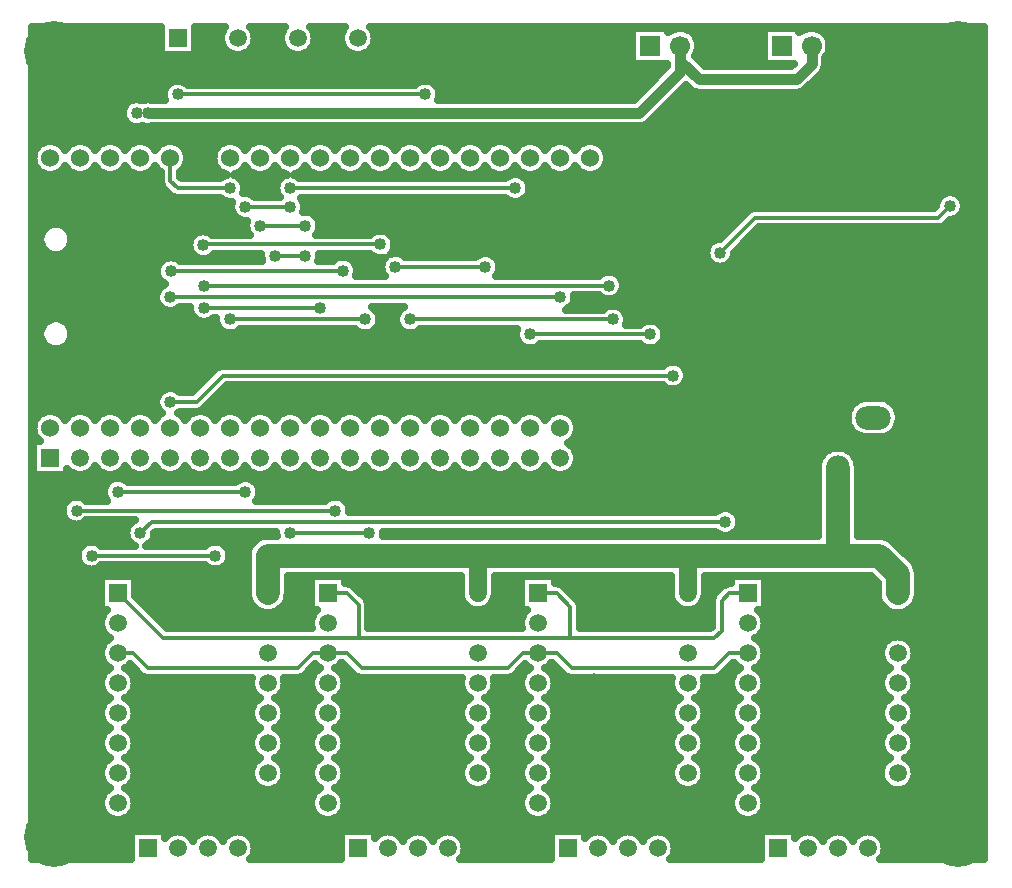
<source format=gbr>
G04 DipTrace 3.3.1.3*
G04 Bottom.gbr*
%MOIN*%
G04 #@! TF.FileFunction,Copper,L2,Bot*
G04 #@! TF.Part,Single*
G04 #@! TA.AperFunction,Conductor*
%ADD15C,0.012*%
%ADD17C,0.035*%
G04 #@! TA.AperFunction,ViaPad*
%ADD18C,0.03*%
G04 #@! TA.AperFunction,Conductor*
%ADD19C,0.08*%
G04 #@! TA.AperFunction,ComponentPad*
%ADD20C,0.06*%
G04 #@! TA.AperFunction,CopperBalancing*
%ADD21C,0.025*%
G04 #@! TA.AperFunction,ComponentPad*
%ADD28R,0.059055X0.059055*%
%ADD29C,0.059055*%
%ADD30R,0.066929X0.066929*%
%ADD31C,0.066929*%
%ADD32O,0.07874X0.11811*%
%ADD33O,0.11811X0.07874*%
%ADD39C,0.2*%
%ADD41R,0.059X0.059*%
%ADD42C,0.059*%
G04 #@! TA.AperFunction,ViaPad*
%ADD48C,0.04*%
%FSLAX26Y26*%
G04*
G70*
G90*
G75*
G01*
G04 Bottom*
%LPD*%
X743701Y1143701D2*
D15*
X793701D1*
X843701Y1093701D1*
X1343701D1*
X1393701Y1143701D1*
X1443701D1*
X1506201D1*
X1556201Y1093701D1*
X2043701D1*
X2093701Y1143701D1*
X2143701D1*
X2206201D1*
X2256201Y1093701D1*
X2731201D1*
X2781201Y1143701D1*
X2843701D1*
X1031201Y2368701D2*
X2381201D1*
X656201Y1468701D2*
X1068701D1*
X606201Y1618701D2*
X1468701D1*
X3518409Y2634255D2*
X3479409Y2595255D1*
X2868409D1*
X2751409Y2478255D1*
X3056201Y3168701D2*
D17*
Y3106201D1*
X3006201Y3056201D1*
X2681201D1*
X2618701Y3118701D1*
Y3168701D1*
X843701Y2943701D2*
X2481201D1*
X2618701Y3081201D1*
Y3168701D1*
X1368701Y2468701D2*
D15*
X1268701D1*
X2068701Y2693701D2*
X1318701D1*
Y1543701D2*
X1581201D1*
X1968701Y2431201D2*
X1668701D1*
X2393701Y2256201D2*
X1718701D1*
X918701Y2330315D2*
X2218701D1*
X1031201Y2293701D2*
X1418701D1*
X1028543Y2503543D2*
X1031201Y2506201D1*
X1618701D1*
X2768701Y1581201D2*
X856201D1*
X818701Y1543701D1*
X920472Y2416929D2*
X922244Y2418701D1*
X1493701D1*
X2593701Y2068701D2*
X1093701D1*
X1006201Y1981201D1*
X918701D1*
X1568701Y2256201D2*
X1118701D1*
X1368701Y2568701D2*
X1218701D1*
X1168701Y2631201D2*
X1318701D1*
X943701Y3006201D2*
X1768701D1*
X2518701Y2206201D2*
X2118701D1*
X743701Y1343701D2*
X893701Y1193701D1*
X1546853D1*
X2252605D1*
X2731201D1*
X2756201Y1218701D1*
Y1318701D1*
X2781201Y1343701D1*
X2843701D1*
X2143701D2*
X2206201D1*
X2252605Y1297297D1*
Y1193701D1*
X1443701Y1343701D2*
X1506201D1*
X1546853Y1303049D1*
Y1193701D1*
X743701Y1681201D2*
X1168701D1*
X1118701Y2693701D2*
X943701D1*
X918701Y2718701D1*
Y2793701D1*
X1243701Y1343701D2*
D19*
Y1468701D1*
X1943701D1*
X2643701D1*
X3143701D1*
Y1743701D1*
X1943701Y1343701D2*
D20*
Y1468701D1*
X2643701Y1343701D2*
Y1468701D1*
X3343701Y1343701D2*
D19*
Y1406201D1*
X3281201Y1468701D1*
X3143701D1*
D48*
X1031201Y2368701D3*
X2381201D3*
X656201Y1468701D3*
X1068701D3*
X606201Y1618701D3*
X1468701D3*
X1368701Y2468701D3*
X1268701D3*
X2068701Y2693701D3*
X1318701D3*
Y1543701D3*
X1581201D3*
X1968701Y2431201D3*
X1668701D3*
X2393701Y2256201D3*
X1718701D3*
X918701Y2330315D3*
X2218701D3*
X1031201Y2293701D3*
X1418701D3*
X1028543Y2503543D3*
X1618701Y2506201D3*
X2768701Y1581201D3*
X818701Y1543701D3*
X920472Y2416929D3*
X1493701Y2418701D3*
X2593701Y2068701D3*
X918701Y1981201D3*
X1568701Y2256201D3*
X1118701D3*
X1368701Y2568701D3*
X1218701D3*
X1168701Y2631201D3*
X1318701D3*
X943701Y3006201D3*
X1768701D3*
X2518701Y2206201D3*
X2118701D3*
X743701Y1681201D3*
X1168701D3*
X1118701Y2693701D3*
D18*
X3050409Y2400255D3*
D48*
X931201Y1043701D3*
Y993701D3*
X1631201Y1043701D3*
Y993701D3*
X2331201Y1056201D3*
Y1006201D3*
D18*
X3050409Y2374255D3*
Y2348255D3*
X3011409Y2400255D3*
Y2374255D3*
Y2348255D3*
X2972409Y2400255D3*
Y2374255D3*
Y2348255D3*
X3401409Y2140255D3*
X3362409D3*
D48*
X2751409Y2478255D3*
X3518409Y2634255D3*
X631201Y2631201D3*
X618701Y2056201D3*
X881201Y2631201D3*
Y2056201D3*
X806201Y2943701D3*
X843701D3*
X2056201Y3006201D3*
X3031201Y1006201D3*
Y1056201D3*
X458719Y3206332D2*
D21*
X885190D1*
X1002220D2*
X1086608D1*
X1200803D2*
X1286626D1*
X1400786D2*
X1486609D1*
X1600769D2*
X2456236D1*
X2667892D2*
X2893736D1*
X3105392D2*
X3628715D1*
X458719Y3181463D2*
X885190D1*
X1002220D2*
X1086537D1*
X1200875D2*
X1286518D1*
X1400858D2*
X1486537D1*
X1600877D2*
X2456236D1*
X2679806D2*
X2893736D1*
X3117306D2*
X3628715D1*
X458719Y3156594D2*
X885190D1*
X1002220D2*
X1099239D1*
X1188172D2*
X1299222D1*
X1388190D2*
X1499205D1*
X1588173D2*
X2456236D1*
X2679913D2*
X2893736D1*
X3117413D2*
X3628715D1*
X458719Y3131726D2*
X2456236D1*
X2670404D2*
X2893736D1*
X3105895D2*
X3628715D1*
X458719Y3106857D2*
X2572214D1*
X2695273D2*
X2992130D1*
X3102702D2*
X3628715D1*
X458719Y3081988D2*
X2554774D1*
X3095453D2*
X3628715D1*
X458719Y3057119D2*
X2529906D1*
X3071841D2*
X3628715D1*
X458719Y3032251D2*
X902665D1*
X1809723D2*
X2505038D1*
X3046974D2*
X3628715D1*
X458719Y3007382D2*
X894699D1*
X1817689D2*
X2480171D1*
X2609617D2*
X3628715D1*
X458719Y2982513D2*
X778076D1*
X2584749D2*
X3628715D1*
X458719Y2957644D2*
X759344D1*
X2559882D2*
X3628715D1*
X458719Y2932776D2*
X758518D1*
X2535013D2*
X3628715D1*
X458719Y2907907D2*
X774021D1*
X2509285D2*
X3628715D1*
X458719Y2883038D2*
X3628715D1*
X458719Y2858169D2*
X3628715D1*
X458719Y2833301D2*
X475895D1*
X561491D2*
X575904D1*
X661500D2*
X675913D1*
X761509D2*
X775887D1*
X861518D2*
X875896D1*
X961492D2*
X1075915D1*
X1161510D2*
X1175888D1*
X1261484D2*
X1275898D1*
X1361493D2*
X1375907D1*
X1461503D2*
X1475916D1*
X1561512D2*
X1575888D1*
X1661484D2*
X1675898D1*
X1761495D2*
X1775907D1*
X1861504D2*
X1875917D1*
X1961513D2*
X1975890D1*
X2061486D2*
X2075899D1*
X2161495D2*
X2175908D1*
X2261504D2*
X2275917D1*
X2361513D2*
X3628715D1*
X975738Y2808432D2*
X1061668D1*
X2375760D2*
X3628715D1*
X976778Y2783563D2*
X1060629D1*
X2376801D2*
X3628715D1*
X458719Y2758694D2*
X471823D1*
X965547D2*
X1071860D1*
X2365533D2*
X3628715D1*
X458719Y2733825D2*
X883682D1*
X953705D2*
X1092709D1*
X1144717D2*
X1292692D1*
X1344699D2*
X2042706D1*
X2094715D2*
X3628715D1*
X458719Y2708957D2*
X885190D1*
X1165135D2*
X1272273D1*
X2115133D2*
X3628715D1*
X458719Y2684088D2*
X904854D1*
X1166714D2*
X1270694D1*
X2116711D2*
X3628715D1*
X458719Y2659219D2*
X1084993D1*
X1358299D2*
X2034991D1*
X2102394D2*
X3476675D1*
X3560154D2*
X3628715D1*
X458719Y2634350D2*
X1119801D1*
X1367593D2*
X3469425D1*
X3567402D2*
X3628715D1*
X458719Y2609482D2*
X1125076D1*
X1393538D2*
X2834168D1*
X3560261D2*
X3628715D1*
X458719Y2584613D2*
X1172514D1*
X1414888D2*
X2809301D1*
X3517236D2*
X3628715D1*
X458719Y2559744D2*
X498466D1*
X576741D2*
X1170577D1*
X1416827D2*
X2784433D1*
X2881367D2*
X3628715D1*
X458719Y2534875D2*
X484508D1*
X590701D2*
X991694D1*
X1657824D2*
X2759564D1*
X2856500D2*
X3628715D1*
X458719Y2510007D2*
X484686D1*
X590486D2*
X979996D1*
X1667550D2*
X2714925D1*
X2831633D2*
X3628715D1*
X458719Y2485138D2*
X499291D1*
X575916D2*
X983333D1*
X1662669D2*
X2702940D1*
X2806765D2*
X3628715D1*
X458719Y2460269D2*
X901123D1*
X939818D2*
X1009026D1*
X1048045D2*
X1220457D1*
X1416934D2*
X1470353D1*
X1517051D2*
X1608938D1*
X2007480D2*
X2706025D1*
X2796789D2*
X3628715D1*
X458719Y2435400D2*
X875286D1*
X1539587D2*
X1619883D1*
X2017528D2*
X2730857D1*
X2771957D2*
X3628715D1*
X458719Y2410531D2*
X871913D1*
X1541991D2*
X1624549D1*
X2012862D2*
X2358379D1*
X2404000D2*
X3628715D1*
X458719Y2385663D2*
X883539D1*
X2427003D2*
X3628715D1*
X458719Y2360794D2*
X881100D1*
X2429514D2*
X3628715D1*
X458719Y2335925D2*
X870047D1*
X2267353D2*
X2345713D1*
X2416703D2*
X3628715D1*
X458719Y2311056D2*
X873887D1*
X2263514D2*
X3628715D1*
X458719Y2286188D2*
X901554D1*
X935871D2*
X982795D1*
X1606726D2*
X1680671D1*
X2431739D2*
X3628715D1*
X458719Y2261319D2*
X995319D1*
X1617419D2*
X1669978D1*
X2442433D2*
X3628715D1*
X458719Y2236450D2*
X491648D1*
X583560D2*
X1074121D1*
X1613293D2*
X1674104D1*
X2556508D2*
X3628715D1*
X458719Y2211581D2*
X483215D1*
X591957D2*
X1103115D1*
X1134274D2*
X1553102D1*
X1584298D2*
X1703098D1*
X1734294D2*
X2070014D1*
X2567381D2*
X3628715D1*
X458719Y2186713D2*
X487593D1*
X587614D2*
X2073997D1*
X2563434D2*
X3628715D1*
X458719Y2161844D2*
X510919D1*
X564290D2*
X2102239D1*
X2135156D2*
X2502239D1*
X2535157D2*
X3628715D1*
X458719Y2136975D2*
X3628715D1*
X458719Y2112106D2*
X2574510D1*
X2612882D2*
X3628715D1*
X458719Y2087238D2*
X1063786D1*
X2638862D2*
X3628715D1*
X458719Y2062369D2*
X1038919D1*
X2642272D2*
X3628715D1*
X458719Y2037500D2*
X1014050D1*
X2630681D2*
X3628715D1*
X458719Y2012631D2*
X881925D1*
X1086081D2*
X3628715D1*
X458719Y1987762D2*
X870155D1*
X1061214D2*
X3210378D1*
X3313234D2*
X3628715D1*
X458719Y1962894D2*
X873457D1*
X1036346D2*
X3183285D1*
X3340327D2*
X3628715D1*
X458719Y1938025D2*
X481171D1*
X556252D2*
X581180D1*
X656226D2*
X681152D1*
X756235D2*
X781161D1*
X856244D2*
X881171D1*
X956253D2*
X981180D1*
X1056226D2*
X1081154D1*
X1156235D2*
X1181163D1*
X1256245D2*
X1281172D1*
X1356255D2*
X1381146D1*
X1456227D2*
X1481155D1*
X1556236D2*
X1581164D1*
X1656245D2*
X1681173D1*
X1756255D2*
X1781147D1*
X1856228D2*
X1881156D1*
X1956238D2*
X1981165D1*
X2056247D2*
X2081175D1*
X2156256D2*
X2181147D1*
X2256230D2*
X3174421D1*
X3349226D2*
X3628715D1*
X2274243Y1913156D2*
X3175642D1*
X3348005D2*
X3628715D1*
X2277437Y1888287D2*
X3187627D1*
X3335984D2*
X3628715D1*
X2268896Y1863419D2*
X3231155D1*
X3292493D2*
X3628715D1*
X2254794Y1838550D2*
X3628715D1*
X2273562Y1813681D2*
X3098671D1*
X3188752D2*
X3628715D1*
X2277007Y1788812D2*
X3080441D1*
X3206980D2*
X3628715D1*
X2268681Y1763944D2*
X3075345D1*
X3212076D2*
X3628715D1*
X577244Y1739075D2*
X603751D1*
X633654D2*
X703760D1*
X733663D2*
X803734D1*
X833636D2*
X903743D1*
X933646D2*
X1003752D1*
X1033655D2*
X1103761D1*
X1133664D2*
X1203734D1*
X1233638D2*
X1303743D1*
X1333647D2*
X1403752D1*
X1433656D2*
X1503761D1*
X1533665D2*
X1603735D1*
X1633639D2*
X1703744D1*
X1733648D2*
X1803753D1*
X1833657D2*
X1903762D1*
X1933667D2*
X2003736D1*
X2033640D2*
X2103745D1*
X2133650D2*
X2203755D1*
X2233659D2*
X3074699D1*
X3212686D2*
X3628715D1*
X458719Y1714206D2*
X708461D1*
X778949D2*
X1133437D1*
X1203962D2*
X3074699D1*
X3212686D2*
X3628715D1*
X458719Y1689337D2*
X695434D1*
X1216987D2*
X3074699D1*
X3212686D2*
X3628715D1*
X458719Y1664469D2*
X595497D1*
X616932D2*
X697803D1*
X1214583D2*
X1457974D1*
X1479408D2*
X3074699D1*
X3212686D2*
X3628715D1*
X458719Y1639600D2*
X562160D1*
X1512745D2*
X3074699D1*
X3212686D2*
X3628715D1*
X458719Y1614731D2*
X557388D1*
X1517517D2*
X2733979D1*
X2803428D2*
X3074699D1*
X3212686D2*
X3628715D1*
X458719Y1589862D2*
X567220D1*
X2816885D2*
X3074699D1*
X3212686D2*
X3628715D1*
X458719Y1564993D2*
X774846D1*
X2814803D2*
X3074699D1*
X3212686D2*
X3628715D1*
X458719Y1540125D2*
X769823D1*
X867547D2*
X1269833D1*
X1630050D2*
X2744421D1*
X2792986D2*
X3074699D1*
X3212686D2*
X3628715D1*
X458719Y1515256D2*
X779404D1*
X858003D2*
X1193722D1*
X3331176D2*
X3628715D1*
X458719Y1490387D2*
X612577D1*
X1112349D2*
X1178328D1*
X3356043D2*
X3628715D1*
X458719Y1465518D2*
X607303D1*
X1117588D2*
X1174703D1*
X3380912D2*
X3628715D1*
X458719Y1440650D2*
X616597D1*
X1108294D2*
X1174703D1*
X3403088D2*
X3628715D1*
X458719Y1415781D2*
X1174703D1*
X3412024D2*
X3628715D1*
X458719Y1390912D2*
X685207D1*
X802202D2*
X1174703D1*
X1312690D2*
X1385201D1*
X1502196D2*
X1884709D1*
X2002707D2*
X2085193D1*
X2202188D2*
X2584701D1*
X2702701D2*
X2785186D1*
X2902217D2*
X3262446D1*
X3412705D2*
X3628715D1*
X458719Y1366043D2*
X685207D1*
X802202D2*
X1174703D1*
X1312690D2*
X1385201D1*
X1532337D2*
X1884709D1*
X2002707D2*
X2085193D1*
X2232331D2*
X2584701D1*
X2702701D2*
X2755079D1*
X2902217D2*
X3274718D1*
X3412705D2*
X3628715D1*
X458719Y1341175D2*
X685207D1*
X802202D2*
X1174740D1*
X1312655D2*
X1385201D1*
X1557206D2*
X1884744D1*
X2002636D2*
X2085193D1*
X2257198D2*
X2584773D1*
X2702629D2*
X2730211D1*
X2902217D2*
X3274755D1*
X3412669D2*
X3628715D1*
X458719Y1316306D2*
X685207D1*
X819570D2*
X1180589D1*
X1306806D2*
X1385201D1*
X1579024D2*
X1891777D1*
X1995602D2*
X2085193D1*
X2281455D2*
X2591770D1*
X2695631D2*
X2721205D1*
X2902217D2*
X3280604D1*
X3406783D2*
X3628715D1*
X458719Y1291437D2*
X685207D1*
X844438D2*
X1200073D1*
X1287320D2*
X1385201D1*
X1581858D2*
X1919731D1*
X1967648D2*
X2085193D1*
X2287592D2*
X2619724D1*
X2667677D2*
X2721205D1*
X2902217D2*
X3300088D1*
X3387335D2*
X3628715D1*
X458719Y1266568D2*
X690088D1*
X869306D2*
X1390080D1*
X1581858D2*
X2090073D1*
X2287592D2*
X2721205D1*
X2897336D2*
X3628715D1*
X458719Y1241699D2*
X685244D1*
X894173D2*
X1385236D1*
X1581858D2*
X2085230D1*
X2287592D2*
X2721205D1*
X2902181D2*
X3628715D1*
X458719Y1216831D2*
X692062D1*
X2895327D2*
X3628715D1*
X458719Y1191962D2*
X712803D1*
X2874622D2*
X3312791D1*
X3374596D2*
X3628715D1*
X458719Y1167093D2*
X690303D1*
X2897085D2*
X3290328D1*
X3397096D2*
X3628715D1*
X458719Y1142224D2*
X685207D1*
X2902181D2*
X3285232D1*
X3402190D2*
X3628715D1*
X458719Y1117356D2*
X691774D1*
X2895614D2*
X3291799D1*
X3395625D2*
X3628715D1*
X458719Y1092487D2*
X713699D1*
X773710D2*
X796449D1*
X1390954D2*
X1413693D1*
X1473703D2*
X1508965D1*
X2090946D2*
X2113722D1*
X2173696D2*
X2208958D1*
X2778451D2*
X2813714D1*
X2873689D2*
X3313724D1*
X3373699D2*
X3628715D1*
X458719Y1067618D2*
X690554D1*
X796819D2*
X821819D1*
X1365584D2*
X1390583D1*
X1496848D2*
X1534299D1*
X2065576D2*
X2090576D1*
X2196841D2*
X2234328D1*
X2753081D2*
X2790568D1*
X2896833D2*
X3290579D1*
X3396844D2*
X3628715D1*
X458719Y1042749D2*
X685207D1*
X802202D2*
X1185218D1*
X1302177D2*
X1385201D1*
X1502196D2*
X1885211D1*
X2002205D2*
X2085193D1*
X2202188D2*
X2585203D1*
X2702198D2*
X2785222D1*
X2902181D2*
X3285197D1*
X3402190D2*
X3628715D1*
X458719Y1017881D2*
X691524D1*
X795887D2*
X1191497D1*
X1295896D2*
X1391516D1*
X1495879D2*
X1891526D1*
X1995890D2*
X2091509D1*
X2195908D2*
X2591520D1*
X2695882D2*
X2791501D1*
X2895900D2*
X3291512D1*
X3395875D2*
X3628715D1*
X458719Y993012D2*
X714668D1*
X772741D2*
X1214643D1*
X1272752D2*
X1414661D1*
X1472734D2*
X1914672D1*
X1972744D2*
X2114654D1*
X2172727D2*
X2614664D1*
X2672738D2*
X2814647D1*
X2872756D2*
X3314657D1*
X3372730D2*
X3628715D1*
X458719Y968143D2*
X690806D1*
X796568D2*
X1190816D1*
X1296579D2*
X1390835D1*
X1496597D2*
X1890808D1*
X1996571D2*
X2090827D1*
X2196589D2*
X2590802D1*
X2696600D2*
X2790820D1*
X2896583D2*
X3290831D1*
X3396593D2*
X3628715D1*
X458719Y943274D2*
X685207D1*
X802202D2*
X1185218D1*
X1302213D2*
X1385201D1*
X1502196D2*
X1885211D1*
X2002205D2*
X2085193D1*
X2202188D2*
X2585203D1*
X2702198D2*
X2785186D1*
X2902217D2*
X3285197D1*
X3402190D2*
X3628715D1*
X458719Y918406D2*
X691236D1*
X796173D2*
X1191247D1*
X1296148D2*
X1391228D1*
X1496167D2*
X1891239D1*
X1996177D2*
X2091222D1*
X2196159D2*
X2591232D1*
X2696169D2*
X2791251D1*
X2896152D2*
X3291224D1*
X3396163D2*
X3628715D1*
X458719Y893537D2*
X715673D1*
X771736D2*
X1215648D1*
X1271747D2*
X1415667D1*
X1471730D2*
X1915676D1*
X1971740D2*
X2115659D1*
X2171759D2*
X2615669D1*
X2671732D2*
X2815652D1*
X2871751D2*
X3315661D1*
X3371726D2*
X3628715D1*
X458719Y868668D2*
X691056D1*
X796318D2*
X1191067D1*
X1296327D2*
X1391085D1*
X1496310D2*
X1891060D1*
X1996320D2*
X2091079D1*
X2196339D2*
X2591088D1*
X2696314D2*
X2791071D1*
X2896332D2*
X3291081D1*
X3396341D2*
X3628715D1*
X458719Y843799D2*
X685207D1*
X802202D2*
X1185218D1*
X1302213D2*
X1385201D1*
X1502196D2*
X1885211D1*
X2002205D2*
X2085193D1*
X2202188D2*
X2585203D1*
X2702198D2*
X2785186D1*
X2902217D2*
X3285197D1*
X3402190D2*
X3628715D1*
X458719Y818930D2*
X690986D1*
X796425D2*
X1190959D1*
X1296436D2*
X1390978D1*
X1496417D2*
X1890988D1*
X1996428D2*
X2090971D1*
X2196411D2*
X2590980D1*
X2696421D2*
X2790963D1*
X2896440D2*
X3290974D1*
X3396413D2*
X3628715D1*
X458719Y794062D2*
X715278D1*
X772131D2*
X1215289D1*
X1272105D2*
X1415272D1*
X1472125D2*
X1915282D1*
X1972134D2*
X2115264D1*
X2172117D2*
X2615274D1*
X2672127D2*
X2815293D1*
X2872110D2*
X3315268D1*
X3372119D2*
X3628715D1*
X458719Y769193D2*
X691344D1*
X796066D2*
X1191354D1*
X1296076D2*
X1391337D1*
X1496059D2*
X1891346D1*
X1996070D2*
X2091329D1*
X2196051D2*
X2591340D1*
X2696062D2*
X2791323D1*
X2896045D2*
X3291332D1*
X3396055D2*
X3628715D1*
X458719Y744324D2*
X685207D1*
X802202D2*
X1185218D1*
X1302213D2*
X1385201D1*
X1502196D2*
X1885211D1*
X2002205D2*
X2085193D1*
X2202188D2*
X2585203D1*
X2702198D2*
X2785222D1*
X2902181D2*
X3285197D1*
X3402190D2*
X3628715D1*
X458719Y719455D2*
X690734D1*
X796676D2*
X1190709D1*
X1296686D2*
X1390727D1*
X1496669D2*
X1890736D1*
X1996678D2*
X2090719D1*
X2196698D2*
X2590730D1*
X2696672D2*
X2790713D1*
X2896690D2*
X3290723D1*
X3396665D2*
X3628715D1*
X458719Y694587D2*
X714310D1*
X773100D2*
X1214283D1*
X1273110D2*
X1414303D1*
X1473093D2*
X1914312D1*
X1973104D2*
X2114295D1*
X2173122D2*
X2614306D1*
X2673096D2*
X2814289D1*
X2873114D2*
X3314298D1*
X3373089D2*
X3628715D1*
X458719Y669718D2*
X691594D1*
X795780D2*
X1391623D1*
X1495807D2*
X2091617D1*
X2195801D2*
X2791609D1*
X2895793D2*
X3628715D1*
X458719Y644849D2*
X685207D1*
X802202D2*
X1385201D1*
X1502196D2*
X2085230D1*
X2202188D2*
X2785222D1*
X2902181D2*
X3628715D1*
X458719Y619980D2*
X690483D1*
X796928D2*
X1390475D1*
X1496920D2*
X2090469D1*
X2196913D2*
X2790461D1*
X2896941D2*
X3628715D1*
X458719Y595112D2*
X713377D1*
X774033D2*
X1413370D1*
X1474026D2*
X2113362D1*
X2174055D2*
X2813356D1*
X2874047D2*
X3628715D1*
X458719Y570243D2*
X3628715D1*
X458719Y545374D2*
X785181D1*
X902211D2*
X919531D1*
X967844D2*
X1019541D1*
X1067853D2*
X1119550D1*
X1167862D2*
X1485173D1*
X1602240D2*
X1619560D1*
X1667873D2*
X1719533D1*
X1767845D2*
X1819542D1*
X1867854D2*
X2185167D1*
X2302232D2*
X2319552D1*
X2367865D2*
X2419562D1*
X2467839D2*
X2519535D1*
X2567848D2*
X2885159D1*
X3002226D2*
X3019546D1*
X3067858D2*
X3119555D1*
X3167867D2*
X3219529D1*
X3267840D2*
X3628715D1*
X458719Y520505D2*
X785181D1*
X1195386D2*
X1485173D1*
X1895413D2*
X2185167D1*
X2595407D2*
X2885159D1*
X3295399D2*
X3628715D1*
X458719Y495636D2*
X785181D1*
X1202203D2*
X1485173D1*
X1902196D2*
X2185167D1*
X2602189D2*
X2885159D1*
X3302181D2*
X3628715D1*
X458719Y470768D2*
X785181D1*
X1197323D2*
X1485173D1*
X1897316D2*
X2185167D1*
X2597308D2*
X2885159D1*
X3297337D2*
X3628715D1*
X2896860Y549728D2*
X2999728D1*
Y528449D1*
X3004083Y533319D1*
X3010769Y539028D1*
X3018265Y543622D1*
X3026387Y546986D1*
X3034936Y549038D1*
X3043701Y549728D1*
X3052466Y549038D1*
X3061014Y546986D1*
X3069136Y543622D1*
X3076633Y539028D1*
X3083319Y533319D1*
X3089028Y526633D1*
X3093701Y518965D1*
X3098374Y526633D1*
X3104083Y533319D1*
X3110769Y539028D1*
X3118265Y543622D1*
X3126387Y546986D1*
X3134936Y549038D1*
X3143701Y549728D1*
X3152466Y549038D1*
X3161014Y546986D1*
X3169136Y543622D1*
X3176633Y539028D1*
X3183319Y533319D1*
X3189028Y526633D1*
X3193701Y518965D1*
X3198374Y526633D1*
X3204083Y533319D1*
X3210769Y539028D1*
X3218265Y543622D1*
X3226387Y546986D1*
X3234936Y549038D1*
X3243701Y549728D1*
X3252466Y549038D1*
X3261014Y546986D1*
X3269136Y543622D1*
X3276633Y539028D1*
X3283319Y533319D1*
X3289028Y526633D1*
X3293622Y519136D1*
X3296986Y511014D1*
X3299038Y502466D1*
X3299728Y493701D1*
X3299038Y484936D1*
X3296986Y476387D1*
X3293622Y468265D1*
X3289028Y460769D1*
X3285266Y456190D1*
X3631185Y456201D1*
X3631201Y3231220D1*
X1585348Y3231201D1*
X1589028Y3226633D1*
X1593622Y3219136D1*
X1596986Y3211014D1*
X1599038Y3202466D1*
X1599728Y3193701D1*
X1599038Y3184936D1*
X1596986Y3176387D1*
X1593622Y3168265D1*
X1589028Y3160769D1*
X1583319Y3154083D1*
X1576633Y3148374D1*
X1569136Y3143780D1*
X1561014Y3140416D1*
X1552466Y3138364D1*
X1543701Y3137673D1*
X1534936Y3138364D1*
X1526387Y3140416D1*
X1518265Y3143780D1*
X1510769Y3148374D1*
X1504083Y3154083D1*
X1498374Y3160769D1*
X1493780Y3168265D1*
X1490416Y3176387D1*
X1488364Y3184936D1*
X1487673Y3193701D1*
X1488364Y3202466D1*
X1490416Y3211014D1*
X1493780Y3219136D1*
X1498374Y3226633D1*
X1502135Y3231211D1*
X1385329Y3231201D1*
X1389028Y3226633D1*
X1393622Y3219136D1*
X1396986Y3211014D1*
X1399038Y3202466D1*
X1399728Y3193701D1*
X1399038Y3184936D1*
X1396986Y3176387D1*
X1393622Y3168265D1*
X1389028Y3160769D1*
X1383319Y3154083D1*
X1376633Y3148374D1*
X1369136Y3143780D1*
X1361014Y3140416D1*
X1352466Y3138364D1*
X1343701Y3137673D1*
X1334936Y3138364D1*
X1326387Y3140416D1*
X1318265Y3143780D1*
X1310769Y3148374D1*
X1304083Y3154083D1*
X1298374Y3160769D1*
X1293780Y3168265D1*
X1290416Y3176387D1*
X1288364Y3184936D1*
X1287673Y3193701D1*
X1288364Y3202466D1*
X1290416Y3211014D1*
X1293780Y3219136D1*
X1298374Y3226633D1*
X1302135Y3231211D1*
X1185311Y3231201D1*
X1189028Y3226633D1*
X1193622Y3219136D1*
X1196986Y3211014D1*
X1199038Y3202466D1*
X1199728Y3193701D1*
X1199038Y3184936D1*
X1196986Y3176387D1*
X1193622Y3168265D1*
X1189028Y3160769D1*
X1183319Y3154083D1*
X1176633Y3148374D1*
X1169136Y3143780D1*
X1161014Y3140416D1*
X1152466Y3138364D1*
X1143701Y3137673D1*
X1134936Y3138364D1*
X1126387Y3140416D1*
X1118265Y3143780D1*
X1110769Y3148374D1*
X1104083Y3154083D1*
X1098374Y3160769D1*
X1093780Y3168265D1*
X1090416Y3176387D1*
X1088364Y3184936D1*
X1087673Y3193701D1*
X1088364Y3202466D1*
X1090416Y3211014D1*
X1093780Y3219136D1*
X1098374Y3226633D1*
X1102135Y3231211D1*
X999718Y3231201D1*
X999728Y3137673D1*
X887673D1*
Y3231223D1*
X456217Y3231201D1*
X456201Y456181D1*
X787651Y456201D1*
X787673Y549728D1*
X899728D1*
Y528449D1*
X904083Y533319D1*
X910769Y539028D1*
X918265Y543622D1*
X926387Y546986D1*
X934936Y549038D1*
X943701Y549728D1*
X952466Y549038D1*
X961014Y546986D1*
X969136Y543622D1*
X976633Y539028D1*
X983319Y533319D1*
X989028Y526633D1*
X993701Y518965D1*
X998374Y526633D1*
X1004083Y533319D1*
X1010769Y539028D1*
X1018265Y543622D1*
X1026387Y546986D1*
X1034936Y549038D1*
X1043701Y549728D1*
X1052466Y549038D1*
X1061014Y546986D1*
X1069136Y543622D1*
X1076633Y539028D1*
X1083319Y533319D1*
X1089028Y526633D1*
X1093701Y518965D1*
X1098374Y526633D1*
X1104083Y533319D1*
X1110769Y539028D1*
X1118265Y543622D1*
X1126387Y546986D1*
X1134936Y549038D1*
X1143701Y549728D1*
X1152466Y549038D1*
X1161014Y546986D1*
X1169136Y543622D1*
X1176633Y539028D1*
X1183319Y533319D1*
X1189028Y526633D1*
X1193622Y519136D1*
X1196986Y511014D1*
X1199038Y502466D1*
X1199728Y493701D1*
X1199038Y484936D1*
X1196986Y476387D1*
X1193622Y468265D1*
X1189028Y460769D1*
X1185266Y456190D1*
X1487680Y456201D1*
X1487673Y549728D1*
X1599728D1*
Y528449D1*
X1604083Y533319D1*
X1610769Y539028D1*
X1618265Y543622D1*
X1626387Y546986D1*
X1634936Y549038D1*
X1643701Y549728D1*
X1652466Y549038D1*
X1661014Y546986D1*
X1669136Y543622D1*
X1676633Y539028D1*
X1683319Y533319D1*
X1689028Y526633D1*
X1693701Y518965D1*
X1698374Y526633D1*
X1704083Y533319D1*
X1710769Y539028D1*
X1718265Y543622D1*
X1726387Y546986D1*
X1734936Y549038D1*
X1743701Y549728D1*
X1752466Y549038D1*
X1761014Y546986D1*
X1769136Y543622D1*
X1776633Y539028D1*
X1783319Y533319D1*
X1789028Y526633D1*
X1793701Y518965D1*
X1798374Y526633D1*
X1804083Y533319D1*
X1810769Y539028D1*
X1818265Y543622D1*
X1826387Y546986D1*
X1834936Y549038D1*
X1843701Y549728D1*
X1852466Y549038D1*
X1861014Y546986D1*
X1869136Y543622D1*
X1876633Y539028D1*
X1883319Y533319D1*
X1889028Y526633D1*
X1893622Y519136D1*
X1896986Y511014D1*
X1899038Y502466D1*
X1899728Y493701D1*
X1899038Y484936D1*
X1896986Y476387D1*
X1893622Y468265D1*
X1889028Y460769D1*
X1885266Y456190D1*
X2187709Y456201D1*
X2187673Y549728D1*
X2299728D1*
Y528449D1*
X2304083Y533319D1*
X2310769Y539028D1*
X2318265Y543622D1*
X2326387Y546986D1*
X2334936Y549038D1*
X2343701Y549728D1*
X2352466Y549038D1*
X2361014Y546986D1*
X2369136Y543622D1*
X2376633Y539028D1*
X2383319Y533319D1*
X2389028Y526633D1*
X2393701Y518965D1*
X2398374Y526633D1*
X2404083Y533319D1*
X2410769Y539028D1*
X2418265Y543622D1*
X2426387Y546986D1*
X2434936Y549038D1*
X2443701Y549728D1*
X2452466Y549038D1*
X2461014Y546986D1*
X2469136Y543622D1*
X2476633Y539028D1*
X2483319Y533319D1*
X2489028Y526633D1*
X2493701Y518965D1*
X2498374Y526633D1*
X2504083Y533319D1*
X2510769Y539028D1*
X2518265Y543622D1*
X2526387Y546986D1*
X2534936Y549038D1*
X2543701Y549728D1*
X2552466Y549038D1*
X2561014Y546986D1*
X2569136Y543622D1*
X2576633Y539028D1*
X2583319Y533319D1*
X2589028Y526633D1*
X2593622Y519136D1*
X2596986Y511014D1*
X2599038Y502466D1*
X2599728Y493701D1*
X2599038Y484936D1*
X2596986Y476387D1*
X2593622Y468265D1*
X2589028Y460769D1*
X2585266Y456190D1*
X2887665Y456201D1*
X2887673Y549728D1*
X2896860D1*
X2467923Y3228665D2*
X2578665D1*
Y3213343D1*
X2583454Y3217213D1*
X2591478Y3222130D1*
X2600171Y3225731D1*
X2609320Y3227927D1*
X2618701Y3228665D1*
X2628081Y3227927D1*
X2637231Y3225731D1*
X2645924Y3222130D1*
X2653948Y3217213D1*
X2661102Y3211102D1*
X2667213Y3203948D1*
X2672130Y3195924D1*
X2675731Y3187231D1*
X2677927Y3178081D1*
X2678665Y3168701D1*
X2677927Y3159320D1*
X2675731Y3150171D1*
X2672130Y3141478D1*
X2667213Y3133454D1*
X2666747Y3132862D1*
X2699573Y3100201D1*
X2988080Y3100304D1*
X2996529Y3108755D1*
X2896236Y3108736D1*
Y3228665D1*
X3016165D1*
Y3213343D1*
X3020954Y3217213D1*
X3028978Y3222130D1*
X3037671Y3225731D1*
X3046820Y3227927D1*
X3056201Y3228665D1*
X3065581Y3227927D1*
X3074731Y3225731D1*
X3083424Y3222130D1*
X3091448Y3217213D1*
X3098602Y3211102D1*
X3104713Y3203948D1*
X3109630Y3195924D1*
X3113231Y3187231D1*
X3115427Y3178081D1*
X3116165Y3168701D1*
X3115427Y3159320D1*
X3113231Y3150171D1*
X3109630Y3141478D1*
X3104713Y3133454D1*
X3100213Y3128042D1*
X3100066Y3102748D1*
X3098986Y3095929D1*
X3096852Y3089362D1*
X3093717Y3083211D1*
X3089659Y3077625D1*
X3061331Y3049105D1*
X3034777Y3022743D1*
X3029190Y3018685D1*
X3023039Y3015550D1*
X3016472Y3013416D1*
X3009654Y3012336D1*
X2969455Y3012201D1*
X2677748Y3012336D1*
X2670929Y3013416D1*
X2664362Y3015550D1*
X2658211Y3018685D1*
X2652625Y3022743D1*
X2637427Y3037749D1*
X2512314Y2912588D1*
X2507063Y2908104D1*
X2501176Y2904496D1*
X2494798Y2901854D1*
X2488084Y2900243D1*
X2481188Y2899701D1*
X858070Y2899476D1*
X850975Y2897773D1*
X843701Y2897201D1*
X836427Y2897773D1*
X829332Y2899476D1*
X824987Y2901164D1*
X817056Y2898486D1*
X809849Y2897344D1*
X802552D1*
X795345Y2898486D1*
X788406Y2900740D1*
X781904Y2904052D1*
X776001Y2908343D1*
X770843Y2913501D1*
X766552Y2919404D1*
X763240Y2925906D1*
X760986Y2932845D1*
X759844Y2940052D1*
Y2947349D1*
X760986Y2954556D1*
X763240Y2961496D1*
X766552Y2967997D1*
X770843Y2973900D1*
X776001Y2979059D1*
X781904Y2983349D1*
X788406Y2986661D1*
X795345Y2988916D1*
X802552Y2990058D1*
X809849D1*
X817056Y2988916D1*
X823996Y2986661D1*
X824915Y2986238D1*
X832845Y2988916D1*
X840052Y2990058D1*
X847349D1*
X854556Y2988916D1*
X858672Y2987703D1*
X901008Y2987701D1*
X898486Y2995345D1*
X897344Y3002552D1*
Y3009849D1*
X898486Y3017056D1*
X900740Y3023996D1*
X904052Y3030497D1*
X908343Y3036400D1*
X913501Y3041559D1*
X919404Y3045849D1*
X925906Y3049161D1*
X932845Y3051416D1*
X940052Y3052558D1*
X947349D1*
X954556Y3051416D1*
X961496Y3049161D1*
X967997Y3045849D1*
X973900Y3041559D1*
X976940Y3038694D1*
X1735413Y3038701D1*
X1741369Y3043820D1*
X1747591Y3047633D1*
X1754332Y3050425D1*
X1761427Y3052129D1*
X1768701Y3052701D1*
X1775975Y3052129D1*
X1783070Y3050425D1*
X1789811Y3047633D1*
X1796033Y3043820D1*
X1801581Y3039081D1*
X1806320Y3033533D1*
X1810133Y3027311D1*
X1812925Y3020570D1*
X1814629Y3013475D1*
X1815201Y3006201D1*
X1814629Y2998927D1*
X1812925Y2991832D1*
X1811333Y2987694D1*
X2463080Y2987804D1*
X2574701Y3099573D1*
Y3108724D1*
X2458736Y3108736D1*
Y3228665D1*
X2467923D1*
X471860Y1849728D2*
X483235D1*
X478749Y1853749D1*
X472991Y1860491D1*
X468358Y1868050D1*
X464966Y1876241D1*
X462896Y1884862D1*
X462201Y1893701D1*
X462896Y1902539D1*
X464966Y1911160D1*
X468358Y1919352D1*
X472991Y1926911D1*
X478749Y1933652D1*
X485491Y1939411D1*
X493050Y1944043D1*
X501241Y1947436D1*
X509862Y1949505D1*
X518701Y1950201D1*
X527539Y1949505D1*
X536160Y1947436D1*
X544352Y1944043D1*
X551911Y1939411D1*
X558652Y1933652D1*
X564411Y1926911D1*
X568696Y1919971D1*
X572991Y1926911D1*
X578749Y1933652D1*
X585491Y1939411D1*
X593050Y1944043D1*
X601241Y1947436D1*
X609862Y1949505D1*
X618701Y1950201D1*
X627539Y1949505D1*
X636160Y1947436D1*
X644352Y1944043D1*
X651911Y1939411D1*
X658652Y1933652D1*
X664411Y1926911D1*
X668696Y1919971D1*
X672991Y1926911D1*
X678749Y1933652D1*
X685491Y1939411D1*
X693050Y1944043D1*
X701241Y1947436D1*
X709862Y1949505D1*
X718701Y1950201D1*
X727539Y1949505D1*
X736160Y1947436D1*
X744352Y1944043D1*
X751911Y1939411D1*
X758652Y1933652D1*
X764411Y1926911D1*
X768696Y1919971D1*
X772991Y1926911D1*
X778749Y1933652D1*
X785491Y1939411D1*
X793050Y1944043D1*
X801241Y1947436D1*
X809862Y1949505D1*
X818701Y1950201D1*
X827539Y1949505D1*
X836160Y1947436D1*
X844352Y1944043D1*
X851911Y1939411D1*
X858652Y1933652D1*
X864411Y1926911D1*
X868696Y1919971D1*
X872991Y1926911D1*
X878749Y1933652D1*
X885491Y1939411D1*
X891735Y1943306D1*
X885820Y1948320D1*
X881081Y1953869D1*
X877269Y1960091D1*
X874476Y1966832D1*
X872773Y1973927D1*
X872201Y1981201D1*
X872773Y1988475D1*
X874476Y1995570D1*
X877269Y2002311D1*
X881081Y2008533D1*
X885820Y2014081D1*
X891369Y2018820D1*
X897591Y2022633D1*
X904332Y2025425D1*
X911427Y2027129D1*
X918701Y2027701D1*
X925975Y2027129D1*
X933070Y2025425D1*
X939811Y2022633D1*
X946033Y2018820D1*
X951940Y2013694D1*
X992730Y2013701D1*
X1072593Y2093415D1*
X1076719Y2096412D1*
X1081264Y2098727D1*
X1086114Y2100303D1*
X1091151Y2101101D1*
X1158005Y2101201D1*
X2560467D1*
X2566369Y2106320D1*
X2572591Y2110133D1*
X2579332Y2112925D1*
X2586427Y2114629D1*
X2593701Y2115201D1*
X2600975Y2114629D1*
X2608070Y2112925D1*
X2614811Y2110133D1*
X2621033Y2106320D1*
X2626581Y2101581D1*
X2631320Y2096033D1*
X2635133Y2089811D1*
X2637925Y2083070D1*
X2639629Y2075975D1*
X2640201Y2068701D1*
X2639629Y2061427D1*
X2637925Y2054332D1*
X2635133Y2047591D1*
X2631320Y2041369D1*
X2626581Y2035820D1*
X2621033Y2031081D1*
X2614811Y2027269D1*
X2608070Y2024476D1*
X2600975Y2022773D1*
X2593701Y2022201D1*
X2586427Y2022773D1*
X2579332Y2024476D1*
X2572591Y2027269D1*
X2566369Y2031081D1*
X2560462Y2036207D1*
X1107198Y2036201D1*
X1027308Y1956487D1*
X1023182Y1953490D1*
X1018638Y1951175D1*
X1016235Y1950289D1*
X1027539Y1949505D1*
X1036160Y1947436D1*
X1044352Y1944043D1*
X1051911Y1939411D1*
X1058652Y1933652D1*
X1064411Y1926911D1*
X1068696Y1919971D1*
X1072991Y1926911D1*
X1078749Y1933652D1*
X1085491Y1939411D1*
X1093050Y1944043D1*
X1101241Y1947436D1*
X1109862Y1949505D1*
X1118701Y1950201D1*
X1127539Y1949505D1*
X1136160Y1947436D1*
X1144352Y1944043D1*
X1151911Y1939411D1*
X1158652Y1933652D1*
X1164411Y1926911D1*
X1168696Y1919971D1*
X1172991Y1926911D1*
X1178749Y1933652D1*
X1185491Y1939411D1*
X1193050Y1944043D1*
X1201241Y1947436D1*
X1209862Y1949505D1*
X1218701Y1950201D1*
X1227539Y1949505D1*
X1236160Y1947436D1*
X1244352Y1944043D1*
X1251911Y1939411D1*
X1258652Y1933652D1*
X1264411Y1926911D1*
X1268696Y1919971D1*
X1272991Y1926911D1*
X1278749Y1933652D1*
X1285491Y1939411D1*
X1293050Y1944043D1*
X1301241Y1947436D1*
X1309862Y1949505D1*
X1318701Y1950201D1*
X1327539Y1949505D1*
X1336160Y1947436D1*
X1344352Y1944043D1*
X1351911Y1939411D1*
X1358652Y1933652D1*
X1364411Y1926911D1*
X1368696Y1919971D1*
X1372991Y1926911D1*
X1378749Y1933652D1*
X1385491Y1939411D1*
X1393050Y1944043D1*
X1401241Y1947436D1*
X1409862Y1949505D1*
X1418701Y1950201D1*
X1427539Y1949505D1*
X1436160Y1947436D1*
X1444352Y1944043D1*
X1451911Y1939411D1*
X1458652Y1933652D1*
X1464411Y1926911D1*
X1468696Y1919971D1*
X1472991Y1926911D1*
X1478749Y1933652D1*
X1485491Y1939411D1*
X1493050Y1944043D1*
X1501241Y1947436D1*
X1509862Y1949505D1*
X1518701Y1950201D1*
X1527539Y1949505D1*
X1536160Y1947436D1*
X1544352Y1944043D1*
X1551911Y1939411D1*
X1558652Y1933652D1*
X1564411Y1926911D1*
X1568696Y1919971D1*
X1572991Y1926911D1*
X1578749Y1933652D1*
X1585491Y1939411D1*
X1593050Y1944043D1*
X1601241Y1947436D1*
X1609862Y1949505D1*
X1618701Y1950201D1*
X1627539Y1949505D1*
X1636160Y1947436D1*
X1644352Y1944043D1*
X1651911Y1939411D1*
X1658652Y1933652D1*
X1664411Y1926911D1*
X1668696Y1919971D1*
X1672991Y1926911D1*
X1678749Y1933652D1*
X1685491Y1939411D1*
X1693050Y1944043D1*
X1701241Y1947436D1*
X1709862Y1949505D1*
X1718701Y1950201D1*
X1727539Y1949505D1*
X1736160Y1947436D1*
X1744352Y1944043D1*
X1751911Y1939411D1*
X1758652Y1933652D1*
X1764411Y1926911D1*
X1768696Y1919971D1*
X1772991Y1926911D1*
X1778749Y1933652D1*
X1785491Y1939411D1*
X1793050Y1944043D1*
X1801241Y1947436D1*
X1809862Y1949505D1*
X1818701Y1950201D1*
X1827539Y1949505D1*
X1836160Y1947436D1*
X1844352Y1944043D1*
X1851911Y1939411D1*
X1858652Y1933652D1*
X1864411Y1926911D1*
X1868696Y1919971D1*
X1872991Y1926911D1*
X1878749Y1933652D1*
X1885491Y1939411D1*
X1893050Y1944043D1*
X1901241Y1947436D1*
X1909862Y1949505D1*
X1918701Y1950201D1*
X1927539Y1949505D1*
X1936160Y1947436D1*
X1944352Y1944043D1*
X1951911Y1939411D1*
X1958652Y1933652D1*
X1964411Y1926911D1*
X1968696Y1919971D1*
X1972991Y1926911D1*
X1978749Y1933652D1*
X1985491Y1939411D1*
X1993050Y1944043D1*
X2001241Y1947436D1*
X2009862Y1949505D1*
X2018701Y1950201D1*
X2027539Y1949505D1*
X2036160Y1947436D1*
X2044352Y1944043D1*
X2051911Y1939411D1*
X2058652Y1933652D1*
X2064411Y1926911D1*
X2068696Y1919971D1*
X2072991Y1926911D1*
X2078749Y1933652D1*
X2085491Y1939411D1*
X2093050Y1944043D1*
X2101241Y1947436D1*
X2109862Y1949505D1*
X2118701Y1950201D1*
X2127539Y1949505D1*
X2136160Y1947436D1*
X2144352Y1944043D1*
X2151911Y1939411D1*
X2158652Y1933652D1*
X2164411Y1926911D1*
X2168696Y1919971D1*
X2172991Y1926911D1*
X2178749Y1933652D1*
X2185491Y1939411D1*
X2193050Y1944043D1*
X2201241Y1947436D1*
X2209862Y1949505D1*
X2218701Y1950201D1*
X2227539Y1949505D1*
X2236160Y1947436D1*
X2244352Y1944043D1*
X2251911Y1939411D1*
X2258652Y1933652D1*
X2264411Y1926911D1*
X2269043Y1919352D1*
X2272436Y1911160D1*
X2274505Y1902539D1*
X2275201Y1893701D1*
X2274505Y1884862D1*
X2272436Y1876241D1*
X2269043Y1868050D1*
X2264411Y1860491D1*
X2258652Y1853749D1*
X2251911Y1847991D1*
X2244487Y1843436D1*
X2251633Y1839028D1*
X2258319Y1833319D1*
X2264028Y1826633D1*
X2268622Y1819136D1*
X2271986Y1811014D1*
X2274038Y1802466D1*
X2274728Y1793701D1*
X2274038Y1784936D1*
X2271986Y1776387D1*
X2268622Y1768265D1*
X2264028Y1760769D1*
X2258319Y1754083D1*
X2251633Y1748374D1*
X2244136Y1743780D1*
X2236014Y1740416D1*
X2227466Y1738364D1*
X2218701Y1737673D1*
X2209936Y1738364D1*
X2201387Y1740416D1*
X2193265Y1743780D1*
X2185769Y1748374D1*
X2179083Y1754083D1*
X2173374Y1760769D1*
X2168701Y1768437D1*
X2164028Y1760769D1*
X2158319Y1754083D1*
X2151633Y1748374D1*
X2144136Y1743780D1*
X2136014Y1740416D1*
X2127466Y1738364D1*
X2118701Y1737673D1*
X2109936Y1738364D1*
X2101387Y1740416D1*
X2093265Y1743780D1*
X2085769Y1748374D1*
X2079083Y1754083D1*
X2073374Y1760769D1*
X2068701Y1768437D1*
X2064028Y1760769D1*
X2058319Y1754083D1*
X2051633Y1748374D1*
X2044136Y1743780D1*
X2036014Y1740416D1*
X2027466Y1738364D1*
X2018701Y1737673D1*
X2009936Y1738364D1*
X2001387Y1740416D1*
X1993265Y1743780D1*
X1985769Y1748374D1*
X1979083Y1754083D1*
X1973374Y1760769D1*
X1968701Y1768437D1*
X1964028Y1760769D1*
X1958319Y1754083D1*
X1951633Y1748374D1*
X1944136Y1743780D1*
X1936014Y1740416D1*
X1927466Y1738364D1*
X1918701Y1737673D1*
X1909936Y1738364D1*
X1901387Y1740416D1*
X1893265Y1743780D1*
X1885769Y1748374D1*
X1879083Y1754083D1*
X1873374Y1760769D1*
X1868701Y1768437D1*
X1864028Y1760769D1*
X1858319Y1754083D1*
X1851633Y1748374D1*
X1844136Y1743780D1*
X1836014Y1740416D1*
X1827466Y1738364D1*
X1818701Y1737673D1*
X1809936Y1738364D1*
X1801387Y1740416D1*
X1793265Y1743780D1*
X1785769Y1748374D1*
X1779083Y1754083D1*
X1773374Y1760769D1*
X1768701Y1768437D1*
X1764028Y1760769D1*
X1758319Y1754083D1*
X1751633Y1748374D1*
X1744136Y1743780D1*
X1736014Y1740416D1*
X1727466Y1738364D1*
X1718701Y1737673D1*
X1709936Y1738364D1*
X1701387Y1740416D1*
X1693265Y1743780D1*
X1685769Y1748374D1*
X1679083Y1754083D1*
X1673374Y1760769D1*
X1668701Y1768437D1*
X1664028Y1760769D1*
X1658319Y1754083D1*
X1651633Y1748374D1*
X1644136Y1743780D1*
X1636014Y1740416D1*
X1627466Y1738364D1*
X1618701Y1737673D1*
X1609936Y1738364D1*
X1601387Y1740416D1*
X1593265Y1743780D1*
X1585769Y1748374D1*
X1579083Y1754083D1*
X1573374Y1760769D1*
X1568701Y1768437D1*
X1564028Y1760769D1*
X1558319Y1754083D1*
X1551633Y1748374D1*
X1544136Y1743780D1*
X1536014Y1740416D1*
X1527466Y1738364D1*
X1518701Y1737673D1*
X1509936Y1738364D1*
X1501387Y1740416D1*
X1493265Y1743780D1*
X1485769Y1748374D1*
X1479083Y1754083D1*
X1473374Y1760769D1*
X1468701Y1768437D1*
X1464028Y1760769D1*
X1458319Y1754083D1*
X1451633Y1748374D1*
X1444136Y1743780D1*
X1436014Y1740416D1*
X1427466Y1738364D1*
X1418701Y1737673D1*
X1409936Y1738364D1*
X1401387Y1740416D1*
X1393265Y1743780D1*
X1385769Y1748374D1*
X1379083Y1754083D1*
X1373374Y1760769D1*
X1368701Y1768437D1*
X1364028Y1760769D1*
X1358319Y1754083D1*
X1351633Y1748374D1*
X1344136Y1743780D1*
X1336014Y1740416D1*
X1327466Y1738364D1*
X1318701Y1737673D1*
X1309936Y1738364D1*
X1301387Y1740416D1*
X1293265Y1743780D1*
X1285769Y1748374D1*
X1279083Y1754083D1*
X1273374Y1760769D1*
X1268701Y1768437D1*
X1264028Y1760769D1*
X1258319Y1754083D1*
X1251633Y1748374D1*
X1244136Y1743780D1*
X1236014Y1740416D1*
X1227466Y1738364D1*
X1218701Y1737673D1*
X1209936Y1738364D1*
X1201387Y1740416D1*
X1193265Y1743780D1*
X1185769Y1748374D1*
X1179083Y1754083D1*
X1173374Y1760769D1*
X1168701Y1768437D1*
X1164028Y1760769D1*
X1158319Y1754083D1*
X1151633Y1748374D1*
X1144136Y1743780D1*
X1136014Y1740416D1*
X1127466Y1738364D1*
X1118701Y1737673D1*
X1109936Y1738364D1*
X1101387Y1740416D1*
X1093265Y1743780D1*
X1085769Y1748374D1*
X1079083Y1754083D1*
X1073374Y1760769D1*
X1068701Y1768437D1*
X1064028Y1760769D1*
X1058319Y1754083D1*
X1051633Y1748374D1*
X1044136Y1743780D1*
X1036014Y1740416D1*
X1027466Y1738364D1*
X1018701Y1737673D1*
X1009936Y1738364D1*
X1001387Y1740416D1*
X993265Y1743780D1*
X985769Y1748374D1*
X979083Y1754083D1*
X973374Y1760769D1*
X968701Y1768437D1*
X964028Y1760769D1*
X958319Y1754083D1*
X951633Y1748374D1*
X944136Y1743780D1*
X936014Y1740416D1*
X927466Y1738364D1*
X918701Y1737673D1*
X909936Y1738364D1*
X901387Y1740416D1*
X893265Y1743780D1*
X885769Y1748374D1*
X879083Y1754083D1*
X873374Y1760769D1*
X868701Y1768437D1*
X864028Y1760769D1*
X858319Y1754083D1*
X851633Y1748374D1*
X844136Y1743780D1*
X836014Y1740416D1*
X827466Y1738364D1*
X818701Y1737673D1*
X809936Y1738364D1*
X801387Y1740416D1*
X793265Y1743780D1*
X785769Y1748374D1*
X779083Y1754083D1*
X773374Y1760769D1*
X768701Y1768437D1*
X764028Y1760769D1*
X758319Y1754083D1*
X751633Y1748374D1*
X744136Y1743780D1*
X736014Y1740416D1*
X727466Y1738364D1*
X718701Y1737673D1*
X709936Y1738364D1*
X701387Y1740416D1*
X693265Y1743780D1*
X685769Y1748374D1*
X679083Y1754083D1*
X673374Y1760769D1*
X668701Y1768437D1*
X664028Y1760769D1*
X658319Y1754083D1*
X651633Y1748374D1*
X644136Y1743780D1*
X636014Y1740416D1*
X627466Y1738364D1*
X618701Y1737673D1*
X609936Y1738364D1*
X601387Y1740416D1*
X593265Y1743780D1*
X585769Y1748374D1*
X579083Y1754083D1*
X574724Y1759055D1*
X574728Y1737673D1*
X462673D1*
Y1849728D1*
X471860D1*
X3077832Y1763366D2*
X3078642Y1773690D1*
X3081055Y1783740D1*
X3085010Y1793290D1*
X3090411Y1802104D1*
X3097123Y1809963D1*
X3104983Y1816676D1*
X3113797Y1822076D1*
X3123346Y1826031D1*
X3133396Y1828445D1*
X3143701Y1829256D1*
X3154005Y1828445D1*
X3164055Y1826031D1*
X3173605Y1822076D1*
X3182419Y1816676D1*
X3190278Y1809963D1*
X3196991Y1802104D1*
X3202391Y1793290D1*
X3206346Y1783740D1*
X3208760Y1773690D1*
X3209571Y1763386D1*
Y1752799D1*
X3210201Y1743701D1*
Y1535177D1*
X3281201Y1535201D1*
X3291604Y1534382D1*
X3301751Y1531946D1*
X3311391Y1527953D1*
X3320289Y1522500D1*
X3328238Y1515709D1*
X3394268Y1449390D1*
X3400402Y1440948D1*
X3405139Y1431650D1*
X3408364Y1421724D1*
X3409996Y1411419D1*
X3410201Y1387828D1*
X3409996Y1338483D1*
X3408364Y1328177D1*
X3405139Y1318252D1*
X3400402Y1308954D1*
X3394268Y1300512D1*
X3386890Y1293134D1*
X3378448Y1287000D1*
X3369150Y1282262D1*
X3359224Y1279038D1*
X3348919Y1277406D1*
X3338483D1*
X3328177Y1279038D1*
X3318252Y1282262D1*
X3308954Y1287000D1*
X3300512Y1293134D1*
X3293134Y1300512D1*
X3287000Y1308954D1*
X3282262Y1318252D1*
X3279038Y1328177D1*
X3277406Y1338483D1*
X3277201Y1362073D1*
X3277190Y1378665D1*
X3253642Y1402201D1*
X2700209D1*
X2700026Y1339268D1*
X2698639Y1330510D1*
X2695900Y1322079D1*
X2691875Y1314180D1*
X2686664Y1307007D1*
X2680395Y1300738D1*
X2673222Y1295526D1*
X2665323Y1291501D1*
X2656891Y1288762D1*
X2648134Y1287375D1*
X2639268D1*
X2630510Y1288762D1*
X2622079Y1291501D1*
X2614180Y1295526D1*
X2607007Y1300738D1*
X2600738Y1307007D1*
X2595526Y1314180D1*
X2591501Y1322079D1*
X2588762Y1330510D1*
X2587375Y1339268D1*
X2587201Y1362073D1*
Y1402228D1*
X2000190Y1402201D1*
X2000026Y1339268D1*
X1998639Y1330510D1*
X1995900Y1322079D1*
X1991875Y1314180D1*
X1986664Y1307007D1*
X1980395Y1300738D1*
X1973222Y1295526D1*
X1965323Y1291501D1*
X1956891Y1288762D1*
X1948134Y1287375D1*
X1939268D1*
X1930510Y1288762D1*
X1922079Y1291501D1*
X1914180Y1295526D1*
X1907007Y1300738D1*
X1900738Y1307007D1*
X1895526Y1314180D1*
X1891501Y1322079D1*
X1888762Y1330510D1*
X1887375Y1339268D1*
X1887201Y1362073D1*
Y1402228D1*
X1310165Y1402201D1*
X1310201Y1343701D1*
X1309382Y1333298D1*
X1306946Y1323151D1*
X1302953Y1313510D1*
X1297500Y1304613D1*
X1290723Y1296678D1*
X1282789Y1289902D1*
X1273891Y1284449D1*
X1264251Y1280455D1*
X1254104Y1278020D1*
X1243701Y1277201D1*
X1233298Y1278020D1*
X1223151Y1280455D1*
X1213510Y1284449D1*
X1204613Y1289902D1*
X1196678Y1296678D1*
X1189902Y1304613D1*
X1184449Y1313510D1*
X1180455Y1323151D1*
X1178020Y1333298D1*
X1177201Y1343701D1*
X1177406Y1473919D1*
X1179038Y1484224D1*
X1182262Y1494150D1*
X1187000Y1503448D1*
X1193134Y1511888D1*
X1200513Y1519268D1*
X1208954Y1525402D1*
X1218252Y1530139D1*
X1228177Y1533364D1*
X1238483Y1534996D1*
X1262073Y1535201D1*
X1273018D1*
X1272344Y1540052D1*
Y1547349D1*
X1272504Y1548694D1*
X869673Y1548701D1*
X865201Y1544239D1*
X864629Y1536427D1*
X862925Y1529332D1*
X860133Y1522591D1*
X856320Y1516369D1*
X851581Y1510820D1*
X846033Y1506081D1*
X839811Y1502269D1*
X837493Y1501201D1*
X1035461D1*
X1041369Y1506320D1*
X1047591Y1510133D1*
X1054332Y1512925D1*
X1061427Y1514629D1*
X1068701Y1515201D1*
X1075975Y1514629D1*
X1083070Y1512925D1*
X1089811Y1510133D1*
X1096033Y1506320D1*
X1101581Y1501581D1*
X1106320Y1496033D1*
X1110133Y1489811D1*
X1112925Y1483070D1*
X1114629Y1475975D1*
X1115201Y1468701D1*
X1114629Y1461427D1*
X1112925Y1454332D1*
X1110133Y1447591D1*
X1106320Y1441369D1*
X1101581Y1435820D1*
X1096033Y1431081D1*
X1089811Y1427269D1*
X1083070Y1424476D1*
X1075975Y1422773D1*
X1068701Y1422201D1*
X1061427Y1422773D1*
X1054332Y1424476D1*
X1047591Y1427269D1*
X1041369Y1431081D1*
X1035462Y1436207D1*
X689441Y1436201D1*
X683533Y1431081D1*
X677311Y1427269D1*
X670570Y1424476D1*
X663475Y1422773D1*
X656201Y1422201D1*
X648927Y1422773D1*
X641832Y1424476D1*
X635091Y1427269D1*
X628869Y1431081D1*
X623320Y1435820D1*
X618581Y1441369D1*
X614769Y1447591D1*
X611976Y1454332D1*
X610273Y1461427D1*
X609701Y1468701D1*
X610273Y1475975D1*
X611976Y1483070D1*
X614769Y1489811D1*
X618581Y1496033D1*
X623320Y1501581D1*
X628869Y1506320D1*
X635091Y1510133D1*
X641832Y1512925D1*
X648927Y1514629D1*
X656201Y1515201D1*
X663475Y1514629D1*
X670570Y1512925D1*
X677311Y1510133D1*
X683533Y1506320D1*
X689440Y1501194D1*
X799845Y1501201D1*
X794404Y1504052D1*
X788501Y1508343D1*
X783343Y1513501D1*
X779052Y1519404D1*
X775740Y1525906D1*
X773486Y1532845D1*
X772344Y1540052D1*
Y1547349D1*
X773486Y1554556D1*
X775740Y1561496D1*
X779052Y1567997D1*
X783343Y1573900D1*
X788501Y1579059D1*
X794404Y1583349D1*
X799908Y1586201D1*
X639453D1*
X633533Y1581081D1*
X627311Y1577269D1*
X620570Y1574476D1*
X613475Y1572773D1*
X606201Y1572201D1*
X598927Y1572773D1*
X591832Y1574476D1*
X585091Y1577269D1*
X578869Y1581081D1*
X573320Y1585820D1*
X568581Y1591369D1*
X564769Y1597591D1*
X561976Y1604332D1*
X560273Y1611427D1*
X559701Y1618701D1*
X560273Y1625975D1*
X561976Y1633070D1*
X564769Y1639811D1*
X568581Y1646033D1*
X573320Y1651581D1*
X578869Y1656320D1*
X585091Y1660133D1*
X591832Y1662925D1*
X598927Y1664629D1*
X606201Y1665201D1*
X613475Y1664629D1*
X620570Y1662925D1*
X627311Y1660133D1*
X633533Y1656320D1*
X639440Y1651194D1*
X708148Y1651201D1*
X704052Y1656904D1*
X700740Y1663406D1*
X698486Y1670345D1*
X697344Y1677552D1*
Y1684849D1*
X698486Y1692056D1*
X700740Y1698996D1*
X704052Y1705497D1*
X708343Y1711400D1*
X713501Y1716559D1*
X719404Y1720849D1*
X725906Y1724161D1*
X732845Y1726416D1*
X740052Y1727558D1*
X747349D1*
X754556Y1726416D1*
X761496Y1724161D1*
X767997Y1720849D1*
X773900Y1716559D1*
X776940Y1713694D1*
X1135449Y1713701D1*
X1141369Y1718820D1*
X1147591Y1722633D1*
X1154332Y1725425D1*
X1161427Y1727129D1*
X1168701Y1727701D1*
X1175975Y1727129D1*
X1183070Y1725425D1*
X1189811Y1722633D1*
X1196033Y1718820D1*
X1201581Y1714081D1*
X1206320Y1708533D1*
X1210133Y1702311D1*
X1212925Y1695570D1*
X1214629Y1688475D1*
X1215201Y1681201D1*
X1214629Y1673927D1*
X1212925Y1666832D1*
X1210133Y1660091D1*
X1206320Y1653869D1*
X1204210Y1651192D1*
X1435449Y1651201D1*
X1441369Y1656320D1*
X1447591Y1660133D1*
X1454332Y1662925D1*
X1461427Y1664629D1*
X1468701Y1665201D1*
X1475975Y1664629D1*
X1483070Y1662925D1*
X1489811Y1660133D1*
X1496033Y1656320D1*
X1501581Y1651581D1*
X1506320Y1646033D1*
X1510133Y1639811D1*
X1512925Y1633070D1*
X1514629Y1625975D1*
X1515201Y1618701D1*
X1514898Y1613707D1*
X2735420Y1613701D1*
X2741369Y1618820D1*
X2747591Y1622633D1*
X2754332Y1625425D1*
X2761427Y1627129D1*
X2768701Y1627701D1*
X2775975Y1627129D1*
X2783070Y1625425D1*
X2789811Y1622633D1*
X2796033Y1618820D1*
X2801581Y1614081D1*
X2806320Y1608533D1*
X2810133Y1602311D1*
X2812925Y1595570D1*
X2814629Y1588475D1*
X2815201Y1581201D1*
X2814629Y1573927D1*
X2812925Y1566832D1*
X2810133Y1560091D1*
X2806320Y1553869D1*
X2801581Y1548320D1*
X2796033Y1543581D1*
X2789811Y1539769D1*
X2783070Y1536976D1*
X2775366Y1535201D1*
X3077218D1*
X3077201Y1743701D1*
X3077831Y1752504D1*
Y1763252D1*
X3242146Y1862871D2*
X3231822Y1863681D1*
X3221772Y1866094D1*
X3212222Y1870050D1*
X3203408Y1875450D1*
X3195549Y1882163D1*
X3188836Y1890022D1*
X3183436Y1898836D1*
X3179480Y1908386D1*
X3177067Y1918436D1*
X3176256Y1928740D1*
X3177067Y1939045D1*
X3179480Y1949094D1*
X3183436Y1958644D1*
X3188836Y1967458D1*
X3195549Y1975318D1*
X3203408Y1982030D1*
X3212222Y1987430D1*
X3221772Y1991386D1*
X3231822Y1993799D1*
X3242146Y1994609D1*
X3286664Y1994407D1*
X3296873Y1992790D1*
X3306703Y1989596D1*
X3315913Y1984904D1*
X3324276Y1978828D1*
X3331584Y1971520D1*
X3337660Y1963157D1*
X3342352Y1953948D1*
X3345546Y1944117D1*
X3347163Y1933908D1*
Y1923572D1*
X3345546Y1913364D1*
X3342352Y1903533D1*
X3337660Y1894323D1*
X3331584Y1885961D1*
X3324276Y1878652D1*
X3315913Y1872576D1*
X3306703Y1867885D1*
X3296873Y1864690D1*
X3286664Y1863073D1*
X3263123Y1862870D1*
X3242126Y1862906D1*
X589440Y2518755D2*
X588163Y2510696D1*
X585642Y2502934D1*
X581937Y2495664D1*
X577140Y2489063D1*
X571370Y2483293D1*
X564769Y2478496D1*
X557499Y2474791D1*
X549738Y2472270D1*
X541678Y2470993D1*
X533518D1*
X525459Y2472270D1*
X517698Y2474791D1*
X510428Y2478496D1*
X503827Y2483293D1*
X498056Y2489063D1*
X493260Y2495664D1*
X489555Y2502934D1*
X487034Y2510696D1*
X485757Y2518755D1*
Y2526915D1*
X487034Y2534974D1*
X489555Y2542735D1*
X493260Y2550005D1*
X498056Y2556606D1*
X503827Y2562377D1*
X510428Y2567173D1*
X517698Y2570878D1*
X525459Y2573399D1*
X533518Y2574676D1*
X541678D1*
X549738Y2573399D1*
X557499Y2570878D1*
X564769Y2567173D1*
X571370Y2562377D1*
X577140Y2556606D1*
X581937Y2550005D1*
X585642Y2542735D1*
X588163Y2534974D1*
X589440Y2526915D1*
Y2518755D1*
Y2203794D2*
X588163Y2195735D1*
X585642Y2187974D1*
X581937Y2180703D1*
X577140Y2174102D1*
X571370Y2168332D1*
X564769Y2163535D1*
X557499Y2159831D1*
X549738Y2157310D1*
X541678Y2156033D1*
X533518D1*
X525459Y2157310D1*
X517698Y2159831D1*
X510428Y2163535D1*
X503827Y2168332D1*
X498056Y2174102D1*
X493260Y2180703D1*
X489555Y2187974D1*
X487034Y2195735D1*
X485757Y2203794D1*
Y2211954D1*
X487034Y2220013D1*
X489555Y2227774D1*
X493260Y2235045D1*
X498056Y2241646D1*
X503827Y2247416D1*
X510428Y2252213D1*
X517698Y2255917D1*
X525459Y2258438D1*
X533518Y2259715D1*
X541678D1*
X549738Y2258438D1*
X557499Y2255917D1*
X564769Y2252213D1*
X571370Y2247416D1*
X577140Y2241646D1*
X581937Y2235045D1*
X585642Y2227774D1*
X588163Y2220013D1*
X589440Y2211954D1*
Y2203794D1*
X696887Y1399701D2*
X799701D1*
Y1333638D1*
X907177Y1226186D1*
X1390517Y1226201D1*
X1388390Y1234941D1*
X1387701Y1243701D1*
X1388390Y1252461D1*
X1390442Y1261005D1*
X1393804Y1269125D1*
X1398396Y1276617D1*
X1404102Y1283299D1*
X1409126Y1287698D1*
X1387701Y1287701D1*
Y1399701D1*
X1499701D1*
Y1376197D1*
X1508751Y1376101D1*
X1513787Y1375303D1*
X1518638Y1373727D1*
X1523182Y1371412D1*
X1527308Y1368415D1*
X1569835Y1326030D1*
X1573146Y1322152D1*
X1575811Y1317803D1*
X1577762Y1313092D1*
X1578953Y1308133D1*
X1579353Y1303049D1*
Y1226220D1*
X2090534Y1226201D1*
X2088390Y1234941D1*
X2087701Y1243701D1*
X2088390Y1252461D1*
X2090442Y1261005D1*
X2093804Y1269125D1*
X2098396Y1276617D1*
X2104102Y1283299D1*
X2109126Y1287698D1*
X2087701Y1287701D1*
Y1399701D1*
X2199701D1*
Y1376197D1*
X2208751Y1376101D1*
X2213787Y1375303D1*
X2218638Y1373727D1*
X2223182Y1371412D1*
X2227308Y1368415D1*
X2275587Y1320278D1*
X2278898Y1316400D1*
X2281563Y1312051D1*
X2283514Y1307340D1*
X2284705Y1302381D1*
X2285105Y1297297D1*
Y1226210D1*
X2717772Y1226201D1*
X2723723Y1232185D1*
X2723801Y1321251D1*
X2724598Y1326287D1*
X2726175Y1331138D1*
X2728490Y1335682D1*
X2731487Y1339808D1*
X2758219Y1366682D1*
X2762097Y1369993D1*
X2766446Y1372659D1*
X2771157Y1374610D1*
X2776117Y1375801D1*
X2781201Y1376201D1*
X2787696D1*
X2787701Y1399701D1*
X2899701D1*
Y1287701D1*
X2878350D1*
X2883299Y1283299D1*
X2889005Y1276617D1*
X2893597Y1269125D1*
X2896959Y1261005D1*
X2899012Y1252461D1*
X2899701Y1243701D1*
X2899012Y1234941D1*
X2896959Y1226396D1*
X2893597Y1218277D1*
X2889005Y1210785D1*
X2883299Y1204102D1*
X2876617Y1198396D1*
X2868921Y1193711D1*
X2876617Y1189005D1*
X2883299Y1183299D1*
X2889005Y1176617D1*
X2893597Y1169125D1*
X2896959Y1161005D1*
X2899012Y1152461D1*
X2899701Y1143701D1*
X2899012Y1134941D1*
X2896959Y1126396D1*
X2893597Y1118277D1*
X2889005Y1110785D1*
X2883299Y1104102D1*
X2876617Y1098396D1*
X2868921Y1093711D1*
X2876617Y1089005D1*
X2883299Y1083299D1*
X2889005Y1076617D1*
X2893597Y1069125D1*
X2896959Y1061005D1*
X2899012Y1052461D1*
X2899701Y1043701D1*
X2899012Y1034941D1*
X2896959Y1026396D1*
X2893597Y1018277D1*
X2889005Y1010785D1*
X2883299Y1004102D1*
X2876617Y998396D1*
X2868921Y993711D1*
X2876617Y989005D1*
X2883299Y983299D1*
X2889005Y976617D1*
X2893597Y969125D1*
X2896959Y961005D1*
X2899012Y952461D1*
X2899701Y943701D1*
X2899012Y934941D1*
X2896959Y926396D1*
X2893597Y918277D1*
X2889005Y910785D1*
X2883299Y904102D1*
X2876617Y898396D1*
X2868921Y893711D1*
X2876617Y889005D1*
X2883299Y883299D1*
X2889005Y876617D1*
X2893597Y869125D1*
X2896959Y861005D1*
X2899012Y852461D1*
X2899701Y843701D1*
X2899012Y834941D1*
X2896959Y826396D1*
X2893597Y818277D1*
X2889005Y810785D1*
X2883299Y804102D1*
X2876617Y798396D1*
X2868921Y793711D1*
X2876617Y789005D1*
X2883299Y783299D1*
X2889005Y776617D1*
X2893597Y769125D1*
X2896959Y761005D1*
X2899012Y752461D1*
X2899701Y743701D1*
X2899012Y734941D1*
X2896959Y726396D1*
X2893597Y718277D1*
X2889005Y710785D1*
X2883299Y704102D1*
X2876617Y698396D1*
X2868921Y693711D1*
X2876617Y689005D1*
X2883299Y683299D1*
X2889005Y676617D1*
X2893597Y669125D1*
X2896959Y661005D1*
X2899012Y652461D1*
X2899701Y643701D1*
X2899012Y634941D1*
X2896959Y626396D1*
X2893597Y618277D1*
X2889005Y610785D1*
X2883299Y604102D1*
X2876617Y598396D1*
X2869125Y593804D1*
X2861005Y590442D1*
X2852461Y588390D1*
X2843701Y587701D1*
X2834941Y588390D1*
X2826396Y590442D1*
X2818277Y593804D1*
X2810785Y598396D1*
X2804102Y604102D1*
X2798396Y610785D1*
X2793804Y618277D1*
X2790442Y626396D1*
X2788390Y634941D1*
X2787701Y643701D1*
X2788390Y652461D1*
X2790442Y661005D1*
X2793804Y669125D1*
X2798396Y676617D1*
X2804102Y683299D1*
X2810785Y689005D1*
X2818480Y693690D1*
X2810785Y698396D1*
X2804102Y704102D1*
X2798396Y710785D1*
X2793804Y718277D1*
X2790442Y726396D1*
X2788390Y734941D1*
X2787701Y743701D1*
X2788390Y752461D1*
X2790442Y761005D1*
X2793804Y769125D1*
X2798396Y776617D1*
X2804102Y783299D1*
X2810785Y789005D1*
X2818480Y793690D1*
X2810785Y798396D1*
X2804102Y804102D1*
X2798396Y810785D1*
X2793804Y818277D1*
X2790442Y826396D1*
X2788390Y834941D1*
X2787701Y843701D1*
X2788390Y852461D1*
X2790442Y861005D1*
X2793804Y869125D1*
X2798396Y876617D1*
X2804102Y883299D1*
X2810785Y889005D1*
X2818480Y893690D1*
X2810785Y898396D1*
X2804102Y904102D1*
X2798396Y910785D1*
X2793804Y918277D1*
X2790442Y926396D1*
X2788390Y934941D1*
X2787701Y943701D1*
X2788390Y952461D1*
X2790442Y961005D1*
X2793804Y969125D1*
X2798396Y976617D1*
X2804102Y983299D1*
X2810785Y989005D1*
X2818480Y993690D1*
X2810785Y998396D1*
X2804102Y1004102D1*
X2798396Y1010785D1*
X2793804Y1018277D1*
X2790442Y1026396D1*
X2788390Y1034941D1*
X2787701Y1043701D1*
X2788390Y1052461D1*
X2790442Y1061005D1*
X2793804Y1069125D1*
X2798396Y1076617D1*
X2804102Y1083299D1*
X2810785Y1089005D1*
X2818480Y1093690D1*
X2810785Y1098396D1*
X2804102Y1104102D1*
X2798119Y1111199D1*
X2794647Y1111201D1*
X2752308Y1068987D1*
X2748182Y1065990D1*
X2743638Y1063675D1*
X2738787Y1062098D1*
X2733751Y1061301D1*
X2696932Y1061201D1*
X2699012Y1052461D1*
X2699701Y1043701D1*
X2699012Y1034941D1*
X2696959Y1026396D1*
X2693597Y1018277D1*
X2689005Y1010785D1*
X2683299Y1004102D1*
X2676617Y998396D1*
X2668921Y993711D1*
X2676617Y989005D1*
X2683299Y983299D1*
X2689005Y976617D1*
X2693597Y969125D1*
X2696959Y961005D1*
X2699012Y952461D1*
X2699701Y943701D1*
X2699012Y934941D1*
X2696959Y926396D1*
X2693597Y918277D1*
X2689005Y910785D1*
X2683299Y904102D1*
X2676617Y898396D1*
X2668921Y893711D1*
X2676617Y889005D1*
X2683299Y883299D1*
X2689005Y876617D1*
X2693597Y869125D1*
X2696959Y861005D1*
X2699012Y852461D1*
X2699701Y843701D1*
X2699012Y834941D1*
X2696959Y826396D1*
X2693597Y818277D1*
X2689005Y810785D1*
X2683299Y804102D1*
X2676617Y798396D1*
X2668921Y793711D1*
X2676617Y789005D1*
X2683299Y783299D1*
X2689005Y776617D1*
X2693597Y769125D1*
X2696959Y761005D1*
X2699012Y752461D1*
X2699701Y743701D1*
X2699012Y734941D1*
X2696959Y726396D1*
X2693597Y718277D1*
X2689005Y710785D1*
X2683299Y704102D1*
X2676617Y698396D1*
X2669125Y693804D1*
X2661005Y690442D1*
X2652461Y688390D1*
X2643701Y687701D1*
X2634941Y688390D1*
X2626396Y690442D1*
X2618277Y693804D1*
X2610785Y698396D1*
X2604102Y704102D1*
X2598396Y710785D1*
X2593804Y718277D1*
X2590442Y726396D1*
X2588390Y734941D1*
X2587701Y743701D1*
X2588390Y752461D1*
X2590442Y761005D1*
X2593804Y769125D1*
X2598396Y776617D1*
X2604102Y783299D1*
X2610785Y789005D1*
X2618480Y793690D1*
X2610785Y798396D1*
X2604102Y804102D1*
X2598396Y810785D1*
X2593804Y818277D1*
X2590442Y826396D1*
X2588390Y834941D1*
X2587701Y843701D1*
X2588390Y852461D1*
X2590442Y861005D1*
X2593804Y869125D1*
X2598396Y876617D1*
X2604102Y883299D1*
X2610785Y889005D1*
X2618480Y893690D1*
X2610785Y898396D1*
X2604102Y904102D1*
X2598396Y910785D1*
X2593804Y918277D1*
X2590442Y926396D1*
X2588390Y934941D1*
X2587701Y943701D1*
X2588390Y952461D1*
X2590442Y961005D1*
X2593804Y969125D1*
X2598396Y976617D1*
X2604102Y983299D1*
X2610785Y989005D1*
X2618480Y993690D1*
X2610785Y998396D1*
X2604102Y1004102D1*
X2598396Y1010785D1*
X2593804Y1018277D1*
X2590442Y1026396D1*
X2588390Y1034941D1*
X2587701Y1043701D1*
X2588390Y1052461D1*
X2590518Y1061215D1*
X2253651Y1061301D1*
X2248614Y1062098D1*
X2243764Y1063675D1*
X2239219Y1065990D1*
X2235093Y1068988D1*
X2192748Y1111192D1*
X2189005Y1110785D1*
X2183299Y1104102D1*
X2176617Y1098396D1*
X2168921Y1093711D1*
X2176617Y1089005D1*
X2183299Y1083299D1*
X2189005Y1076617D1*
X2193597Y1069125D1*
X2196959Y1061005D1*
X2199012Y1052461D1*
X2199701Y1043701D1*
X2199012Y1034941D1*
X2196959Y1026396D1*
X2193597Y1018277D1*
X2189005Y1010785D1*
X2183299Y1004102D1*
X2176617Y998396D1*
X2168921Y993711D1*
X2176617Y989005D1*
X2183299Y983299D1*
X2189005Y976617D1*
X2193597Y969125D1*
X2196959Y961005D1*
X2199012Y952461D1*
X2199701Y943701D1*
X2199012Y934941D1*
X2196959Y926396D1*
X2193597Y918277D1*
X2189005Y910785D1*
X2183299Y904102D1*
X2176617Y898396D1*
X2168921Y893711D1*
X2176617Y889005D1*
X2183299Y883299D1*
X2189005Y876617D1*
X2193597Y869125D1*
X2196959Y861005D1*
X2199012Y852461D1*
X2199701Y843701D1*
X2199012Y834941D1*
X2196959Y826396D1*
X2193597Y818277D1*
X2189005Y810785D1*
X2183299Y804102D1*
X2176617Y798396D1*
X2168921Y793711D1*
X2176617Y789005D1*
X2183299Y783299D1*
X2189005Y776617D1*
X2193597Y769125D1*
X2196959Y761005D1*
X2199012Y752461D1*
X2199701Y743701D1*
X2199012Y734941D1*
X2196959Y726396D1*
X2193597Y718277D1*
X2189005Y710785D1*
X2183299Y704102D1*
X2176617Y698396D1*
X2168921Y693711D1*
X2176617Y689005D1*
X2183299Y683299D1*
X2189005Y676617D1*
X2193597Y669125D1*
X2196959Y661005D1*
X2199012Y652461D1*
X2199701Y643701D1*
X2199012Y634941D1*
X2196959Y626396D1*
X2193597Y618277D1*
X2189005Y610785D1*
X2183299Y604102D1*
X2176617Y598396D1*
X2169125Y593804D1*
X2161005Y590442D1*
X2152461Y588390D1*
X2143701Y587701D1*
X2134941Y588390D1*
X2126396Y590442D1*
X2118277Y593804D1*
X2110785Y598396D1*
X2104102Y604102D1*
X2098396Y610785D1*
X2093804Y618277D1*
X2090442Y626396D1*
X2088390Y634941D1*
X2087701Y643701D1*
X2088390Y652461D1*
X2090442Y661005D1*
X2093804Y669125D1*
X2098396Y676617D1*
X2104102Y683299D1*
X2110785Y689005D1*
X2118480Y693690D1*
X2110785Y698396D1*
X2104102Y704102D1*
X2098396Y710785D1*
X2093804Y718277D1*
X2090442Y726396D1*
X2088390Y734941D1*
X2087701Y743701D1*
X2088390Y752461D1*
X2090442Y761005D1*
X2093804Y769125D1*
X2098396Y776617D1*
X2104102Y783299D1*
X2110785Y789005D1*
X2118480Y793690D1*
X2110785Y798396D1*
X2104102Y804102D1*
X2098396Y810785D1*
X2093804Y818277D1*
X2090442Y826396D1*
X2088390Y834941D1*
X2087701Y843701D1*
X2088390Y852461D1*
X2090442Y861005D1*
X2093804Y869125D1*
X2098396Y876617D1*
X2104102Y883299D1*
X2110785Y889005D1*
X2118480Y893690D1*
X2110785Y898396D1*
X2104102Y904102D1*
X2098396Y910785D1*
X2093804Y918277D1*
X2090442Y926396D1*
X2088390Y934941D1*
X2087701Y943701D1*
X2088390Y952461D1*
X2090442Y961005D1*
X2093804Y969125D1*
X2098396Y976617D1*
X2104102Y983299D1*
X2110785Y989005D1*
X2118480Y993690D1*
X2110785Y998396D1*
X2104102Y1004102D1*
X2098396Y1010785D1*
X2093804Y1018277D1*
X2090442Y1026396D1*
X2088390Y1034941D1*
X2087701Y1043701D1*
X2088390Y1052461D1*
X2090442Y1061005D1*
X2093804Y1069125D1*
X2098396Y1076617D1*
X2104102Y1083299D1*
X2110785Y1089005D1*
X2118480Y1093690D1*
X2110785Y1098396D1*
X2104102Y1104102D1*
X2102156Y1106209D1*
X2064808Y1068988D1*
X2060682Y1065990D1*
X2056138Y1063675D1*
X2051287Y1062098D1*
X2046251Y1061301D1*
X1996871Y1061201D1*
X1999012Y1052461D1*
X1999701Y1043701D1*
X1999012Y1034941D1*
X1996959Y1026396D1*
X1993597Y1018277D1*
X1989005Y1010785D1*
X1983299Y1004102D1*
X1976617Y998396D1*
X1968921Y993711D1*
X1976617Y989005D1*
X1983299Y983299D1*
X1989005Y976617D1*
X1993597Y969125D1*
X1996959Y961005D1*
X1999012Y952461D1*
X1999701Y943701D1*
X1999012Y934941D1*
X1996959Y926396D1*
X1993597Y918277D1*
X1989005Y910785D1*
X1983299Y904102D1*
X1976617Y898396D1*
X1968921Y893711D1*
X1976617Y889005D1*
X1983299Y883299D1*
X1989005Y876617D1*
X1993597Y869125D1*
X1996959Y861005D1*
X1999012Y852461D1*
X1999701Y843701D1*
X1999012Y834941D1*
X1996959Y826396D1*
X1993597Y818277D1*
X1989005Y810785D1*
X1983299Y804102D1*
X1976617Y798396D1*
X1968921Y793711D1*
X1976617Y789005D1*
X1983299Y783299D1*
X1989005Y776617D1*
X1993597Y769125D1*
X1996959Y761005D1*
X1999012Y752461D1*
X1999701Y743701D1*
X1999012Y734941D1*
X1996959Y726396D1*
X1993597Y718277D1*
X1989005Y710785D1*
X1983299Y704102D1*
X1976617Y698396D1*
X1969125Y693804D1*
X1961005Y690442D1*
X1952461Y688390D1*
X1943701Y687701D1*
X1934941Y688390D1*
X1926396Y690442D1*
X1918277Y693804D1*
X1910785Y698396D1*
X1904102Y704102D1*
X1898396Y710785D1*
X1893804Y718277D1*
X1890442Y726396D1*
X1888390Y734941D1*
X1887701Y743701D1*
X1888390Y752461D1*
X1890442Y761005D1*
X1893804Y769125D1*
X1898396Y776617D1*
X1904102Y783299D1*
X1910785Y789005D1*
X1918480Y793690D1*
X1910785Y798396D1*
X1904102Y804102D1*
X1898396Y810785D1*
X1893804Y818277D1*
X1890442Y826396D1*
X1888390Y834941D1*
X1887701Y843701D1*
X1888390Y852461D1*
X1890442Y861005D1*
X1893804Y869125D1*
X1898396Y876617D1*
X1904102Y883299D1*
X1910785Y889005D1*
X1918480Y893690D1*
X1910785Y898396D1*
X1904102Y904102D1*
X1898396Y910785D1*
X1893804Y918277D1*
X1890442Y926396D1*
X1888390Y934941D1*
X1887701Y943701D1*
X1888390Y952461D1*
X1890442Y961005D1*
X1893804Y969125D1*
X1898396Y976617D1*
X1904102Y983299D1*
X1910785Y989005D1*
X1918480Y993690D1*
X1910785Y998396D1*
X1904102Y1004102D1*
X1898396Y1010785D1*
X1893804Y1018277D1*
X1890442Y1026396D1*
X1888390Y1034941D1*
X1887701Y1043701D1*
X1888390Y1052461D1*
X1890518Y1061215D1*
X1553651Y1061301D1*
X1548614Y1062098D1*
X1543764Y1063675D1*
X1539219Y1065990D1*
X1535093Y1068988D1*
X1492748Y1111192D1*
X1489005Y1110785D1*
X1483299Y1104102D1*
X1476617Y1098396D1*
X1468921Y1093711D1*
X1476617Y1089005D1*
X1483299Y1083299D1*
X1489005Y1076617D1*
X1493597Y1069125D1*
X1496959Y1061005D1*
X1499012Y1052461D1*
X1499701Y1043701D1*
X1499012Y1034941D1*
X1496959Y1026396D1*
X1493597Y1018277D1*
X1489005Y1010785D1*
X1483299Y1004102D1*
X1476617Y998396D1*
X1468921Y993711D1*
X1476617Y989005D1*
X1483299Y983299D1*
X1489005Y976617D1*
X1493597Y969125D1*
X1496959Y961005D1*
X1499012Y952461D1*
X1499701Y943701D1*
X1499012Y934941D1*
X1496959Y926396D1*
X1493597Y918277D1*
X1489005Y910785D1*
X1483299Y904102D1*
X1476617Y898396D1*
X1468921Y893711D1*
X1476617Y889005D1*
X1483299Y883299D1*
X1489005Y876617D1*
X1493597Y869125D1*
X1496959Y861005D1*
X1499012Y852461D1*
X1499701Y843701D1*
X1499012Y834941D1*
X1496959Y826396D1*
X1493597Y818277D1*
X1489005Y810785D1*
X1483299Y804102D1*
X1476617Y798396D1*
X1468921Y793711D1*
X1476617Y789005D1*
X1483299Y783299D1*
X1489005Y776617D1*
X1493597Y769125D1*
X1496959Y761005D1*
X1499012Y752461D1*
X1499701Y743701D1*
X1499012Y734941D1*
X1496959Y726396D1*
X1493597Y718277D1*
X1489005Y710785D1*
X1483299Y704102D1*
X1476617Y698396D1*
X1468921Y693711D1*
X1476617Y689005D1*
X1483299Y683299D1*
X1489005Y676617D1*
X1493597Y669125D1*
X1496959Y661005D1*
X1499012Y652461D1*
X1499701Y643701D1*
X1499012Y634941D1*
X1496959Y626396D1*
X1493597Y618277D1*
X1489005Y610785D1*
X1483299Y604102D1*
X1476617Y598396D1*
X1469125Y593804D1*
X1461005Y590442D1*
X1452461Y588390D1*
X1443701Y587701D1*
X1434941Y588390D1*
X1426396Y590442D1*
X1418277Y593804D1*
X1410785Y598396D1*
X1404102Y604102D1*
X1398396Y610785D1*
X1393804Y618277D1*
X1390442Y626396D1*
X1388390Y634941D1*
X1387701Y643701D1*
X1388390Y652461D1*
X1390442Y661005D1*
X1393804Y669125D1*
X1398396Y676617D1*
X1404102Y683299D1*
X1410785Y689005D1*
X1418480Y693690D1*
X1410785Y698396D1*
X1404102Y704102D1*
X1398396Y710785D1*
X1393804Y718277D1*
X1390442Y726396D1*
X1388390Y734941D1*
X1387701Y743701D1*
X1388390Y752461D1*
X1390442Y761005D1*
X1393804Y769125D1*
X1398396Y776617D1*
X1404102Y783299D1*
X1410785Y789005D1*
X1418480Y793690D1*
X1410785Y798396D1*
X1404102Y804102D1*
X1398396Y810785D1*
X1393804Y818277D1*
X1390442Y826396D1*
X1388390Y834941D1*
X1387701Y843701D1*
X1388390Y852461D1*
X1390442Y861005D1*
X1393804Y869125D1*
X1398396Y876617D1*
X1404102Y883299D1*
X1410785Y889005D1*
X1418480Y893690D1*
X1410785Y898396D1*
X1404102Y904102D1*
X1398396Y910785D1*
X1393804Y918277D1*
X1390442Y926396D1*
X1388390Y934941D1*
X1387701Y943701D1*
X1388390Y952461D1*
X1390442Y961005D1*
X1393804Y969125D1*
X1398396Y976617D1*
X1404102Y983299D1*
X1410785Y989005D1*
X1418480Y993690D1*
X1410785Y998396D1*
X1404102Y1004102D1*
X1398396Y1010785D1*
X1393804Y1018277D1*
X1390442Y1026396D1*
X1388390Y1034941D1*
X1387701Y1043701D1*
X1388390Y1052461D1*
X1390442Y1061005D1*
X1393804Y1069125D1*
X1398396Y1076617D1*
X1404102Y1083299D1*
X1410785Y1089005D1*
X1418480Y1093690D1*
X1410785Y1098396D1*
X1404102Y1104102D1*
X1402156Y1106209D1*
X1364808Y1068988D1*
X1360682Y1065990D1*
X1356138Y1063675D1*
X1351287Y1062098D1*
X1346251Y1061301D1*
X1296871Y1061201D1*
X1299012Y1052461D1*
X1299701Y1043701D1*
X1299012Y1034941D1*
X1296959Y1026396D1*
X1293597Y1018277D1*
X1289005Y1010785D1*
X1283299Y1004102D1*
X1276617Y998396D1*
X1268921Y993711D1*
X1276617Y989005D1*
X1283299Y983299D1*
X1289005Y976617D1*
X1293597Y969125D1*
X1296959Y961005D1*
X1299012Y952461D1*
X1299701Y943701D1*
X1299012Y934941D1*
X1296959Y926396D1*
X1293597Y918277D1*
X1289005Y910785D1*
X1283299Y904102D1*
X1276617Y898396D1*
X1268921Y893711D1*
X1276617Y889005D1*
X1283299Y883299D1*
X1289005Y876617D1*
X1293597Y869125D1*
X1296959Y861005D1*
X1299012Y852461D1*
X1299701Y843701D1*
X1299012Y834941D1*
X1296959Y826396D1*
X1293597Y818277D1*
X1289005Y810785D1*
X1283299Y804102D1*
X1276617Y798396D1*
X1268921Y793711D1*
X1276617Y789005D1*
X1283299Y783299D1*
X1289005Y776617D1*
X1293597Y769125D1*
X1296959Y761005D1*
X1299012Y752461D1*
X1299701Y743701D1*
X1299012Y734941D1*
X1296959Y726396D1*
X1293597Y718277D1*
X1289005Y710785D1*
X1283299Y704102D1*
X1276617Y698396D1*
X1269125Y693804D1*
X1261005Y690442D1*
X1252461Y688390D1*
X1243701Y687701D1*
X1234941Y688390D1*
X1226396Y690442D1*
X1218277Y693804D1*
X1210785Y698396D1*
X1204102Y704102D1*
X1198396Y710785D1*
X1193804Y718277D1*
X1190442Y726396D1*
X1188390Y734941D1*
X1187701Y743701D1*
X1188390Y752461D1*
X1190442Y761005D1*
X1193804Y769125D1*
X1198396Y776617D1*
X1204102Y783299D1*
X1210785Y789005D1*
X1218480Y793690D1*
X1210785Y798396D1*
X1204102Y804102D1*
X1198396Y810785D1*
X1193804Y818277D1*
X1190442Y826396D1*
X1188390Y834941D1*
X1187701Y843701D1*
X1188390Y852461D1*
X1190442Y861005D1*
X1193804Y869125D1*
X1198396Y876617D1*
X1204102Y883299D1*
X1210785Y889005D1*
X1218480Y893690D1*
X1210785Y898396D1*
X1204102Y904102D1*
X1198396Y910785D1*
X1193804Y918277D1*
X1190442Y926396D1*
X1188390Y934941D1*
X1187701Y943701D1*
X1188390Y952461D1*
X1190442Y961005D1*
X1193804Y969125D1*
X1198396Y976617D1*
X1204102Y983299D1*
X1210785Y989005D1*
X1218480Y993690D1*
X1210785Y998396D1*
X1204102Y1004102D1*
X1198396Y1010785D1*
X1193804Y1018277D1*
X1190442Y1026396D1*
X1188390Y1034941D1*
X1187701Y1043701D1*
X1188390Y1052461D1*
X1190518Y1061215D1*
X841151Y1061301D1*
X836114Y1062098D1*
X831264Y1063675D1*
X826719Y1065990D1*
X822593Y1068987D1*
X785272Y1106167D1*
X780070Y1101118D1*
X772961Y1095953D1*
X769125Y1093597D1*
X776617Y1089005D1*
X783299Y1083299D1*
X789005Y1076617D1*
X793597Y1069125D1*
X796959Y1061005D1*
X799012Y1052461D1*
X799701Y1043701D1*
X799012Y1034941D1*
X796959Y1026396D1*
X793597Y1018277D1*
X789005Y1010785D1*
X783299Y1004102D1*
X776617Y998396D1*
X768921Y993711D1*
X776617Y989005D1*
X783299Y983299D1*
X789005Y976617D1*
X793597Y969125D1*
X796959Y961005D1*
X799012Y952461D1*
X799701Y943701D1*
X799012Y934941D1*
X796959Y926396D1*
X793597Y918277D1*
X789005Y910785D1*
X783299Y904102D1*
X776617Y898396D1*
X768921Y893711D1*
X776617Y889005D1*
X783299Y883299D1*
X789005Y876617D1*
X793597Y869125D1*
X796959Y861005D1*
X799012Y852461D1*
X799701Y843701D1*
X799012Y834941D1*
X796959Y826396D1*
X793597Y818277D1*
X789005Y810785D1*
X783299Y804102D1*
X776617Y798396D1*
X768921Y793711D1*
X776617Y789005D1*
X783299Y783299D1*
X789005Y776617D1*
X793597Y769125D1*
X796959Y761005D1*
X799012Y752461D1*
X799701Y743701D1*
X799012Y734941D1*
X796959Y726396D1*
X793597Y718277D1*
X789005Y710785D1*
X783299Y704102D1*
X776617Y698396D1*
X768921Y693711D1*
X776617Y689005D1*
X783299Y683299D1*
X789005Y676617D1*
X793597Y669125D1*
X796959Y661005D1*
X799012Y652461D1*
X799701Y643701D1*
X799012Y634941D1*
X796959Y626396D1*
X793597Y618277D1*
X789005Y610785D1*
X783299Y604102D1*
X776617Y598396D1*
X769125Y593804D1*
X761005Y590442D1*
X752461Y588390D1*
X743701Y587701D1*
X734941Y588390D1*
X726396Y590442D1*
X718277Y593804D1*
X710785Y598396D1*
X704102Y604102D1*
X698396Y610785D1*
X693804Y618277D1*
X690442Y626396D1*
X688390Y634941D1*
X687701Y643701D1*
X688390Y652461D1*
X690442Y661005D1*
X693804Y669125D1*
X698396Y676617D1*
X704102Y683299D1*
X710785Y689005D1*
X718480Y693690D1*
X710785Y698396D1*
X704102Y704102D1*
X698396Y710785D1*
X693804Y718277D1*
X690442Y726396D1*
X688390Y734941D1*
X687701Y743701D1*
X688390Y752461D1*
X690442Y761005D1*
X693804Y769125D1*
X698396Y776617D1*
X704102Y783299D1*
X710785Y789005D1*
X718480Y793690D1*
X710785Y798396D1*
X704102Y804102D1*
X698396Y810785D1*
X693804Y818277D1*
X690442Y826396D1*
X688390Y834941D1*
X687701Y843701D1*
X688390Y852461D1*
X690442Y861005D1*
X693804Y869125D1*
X698396Y876617D1*
X704102Y883299D1*
X710785Y889005D1*
X718480Y893690D1*
X710785Y898396D1*
X704102Y904102D1*
X698396Y910785D1*
X693804Y918277D1*
X690442Y926396D1*
X688390Y934941D1*
X687701Y943701D1*
X688390Y952461D1*
X690442Y961005D1*
X693804Y969125D1*
X698396Y976617D1*
X704102Y983299D1*
X710785Y989005D1*
X718480Y993690D1*
X710785Y998396D1*
X704102Y1004102D1*
X698396Y1010785D1*
X693804Y1018277D1*
X690442Y1026396D1*
X688390Y1034941D1*
X687701Y1043701D1*
X688390Y1052461D1*
X690442Y1061005D1*
X693804Y1069125D1*
X698396Y1076617D1*
X704102Y1083299D1*
X710785Y1089005D1*
X718480Y1093690D1*
X710785Y1098396D1*
X704102Y1104102D1*
X698396Y1110785D1*
X693804Y1118277D1*
X690442Y1126396D1*
X688390Y1134941D1*
X687701Y1143701D1*
X688390Y1152461D1*
X690442Y1161005D1*
X693804Y1169125D1*
X698396Y1176617D1*
X704102Y1183299D1*
X710785Y1189005D1*
X718480Y1193690D1*
X710785Y1198396D1*
X704102Y1204102D1*
X698396Y1210785D1*
X693804Y1218277D1*
X690442Y1226396D1*
X688390Y1234941D1*
X687701Y1243701D1*
X688390Y1252461D1*
X690442Y1261005D1*
X693804Y1269125D1*
X698396Y1276617D1*
X704102Y1283299D1*
X709126Y1287698D1*
X687701Y1287701D1*
Y1399701D1*
X696887D1*
X3399528Y739307D2*
X3398154Y730627D1*
X3395438Y722270D1*
X3391449Y714441D1*
X3386283Y707332D1*
X3380070Y701118D1*
X3372961Y695953D1*
X3365131Y691963D1*
X3356774Y689248D1*
X3348094Y687874D1*
X3339307D1*
X3330627Y689248D1*
X3322270Y691963D1*
X3314441Y695953D1*
X3307332Y701118D1*
X3301118Y707332D1*
X3295953Y714441D1*
X3291963Y722270D1*
X3289248Y730627D1*
X3287874Y739307D1*
Y748094D1*
X3289248Y756774D1*
X3291963Y765131D1*
X3295953Y772961D1*
X3301118Y780070D1*
X3307332Y786283D1*
X3314441Y791449D1*
X3318277Y793804D1*
X3310785Y798396D1*
X3304102Y804102D1*
X3298396Y810785D1*
X3293804Y818277D1*
X3290442Y826396D1*
X3288390Y834941D1*
X3287701Y843701D1*
X3288390Y852461D1*
X3290442Y861005D1*
X3293804Y869125D1*
X3298396Y876617D1*
X3304102Y883299D1*
X3310785Y889005D1*
X3318480Y893690D1*
X3310785Y898396D1*
X3304102Y904102D1*
X3298396Y910785D1*
X3293804Y918277D1*
X3290442Y926396D1*
X3288390Y934941D1*
X3287701Y943701D1*
X3288390Y952461D1*
X3290442Y961005D1*
X3293804Y969125D1*
X3298396Y976617D1*
X3304102Y983299D1*
X3310785Y989005D1*
X3318480Y993690D1*
X3310785Y998396D1*
X3304102Y1004102D1*
X3298396Y1010785D1*
X3293804Y1018277D1*
X3290442Y1026396D1*
X3288390Y1034941D1*
X3287701Y1043701D1*
X3288390Y1052461D1*
X3290442Y1061005D1*
X3293804Y1069125D1*
X3298396Y1076617D1*
X3304102Y1083299D1*
X3310785Y1089005D1*
X3318480Y1093690D1*
X3310785Y1098396D1*
X3304102Y1104102D1*
X3298396Y1110785D1*
X3293804Y1118277D1*
X3290442Y1126396D1*
X3288390Y1134941D1*
X3287701Y1143701D1*
X3288390Y1152461D1*
X3290442Y1161005D1*
X3293804Y1169125D1*
X3298396Y1176617D1*
X3304102Y1183299D1*
X3310785Y1189005D1*
X3318277Y1193597D1*
X3326396Y1196959D1*
X3334941Y1199012D1*
X3343701Y1199701D1*
X3352461Y1199012D1*
X3361005Y1196959D1*
X3369125Y1193597D1*
X3376617Y1189005D1*
X3383299Y1183299D1*
X3389005Y1176617D1*
X3393597Y1169125D1*
X3396959Y1161005D1*
X3399012Y1152461D1*
X3399701Y1143701D1*
X3399012Y1134941D1*
X3396959Y1126396D1*
X3393597Y1118277D1*
X3389005Y1110785D1*
X3383299Y1104102D1*
X3376617Y1098396D1*
X3368921Y1093711D1*
X3376617Y1089005D1*
X3383299Y1083299D1*
X3389005Y1076617D1*
X3393597Y1069125D1*
X3396959Y1061005D1*
X3399012Y1052461D1*
X3399701Y1043701D1*
X3399012Y1034941D1*
X3396959Y1026396D1*
X3393597Y1018277D1*
X3389005Y1010785D1*
X3383299Y1004102D1*
X3376617Y998396D1*
X3368921Y993711D1*
X3376617Y989005D1*
X3383299Y983299D1*
X3389005Y976617D1*
X3393597Y969125D1*
X3396959Y961005D1*
X3399012Y952461D1*
X3399701Y943701D1*
X3399012Y934941D1*
X3396959Y926396D1*
X3393597Y918277D1*
X3389005Y910785D1*
X3383299Y904102D1*
X3376617Y898396D1*
X3368921Y893711D1*
X3376617Y889005D1*
X3383299Y883299D1*
X3389005Y876617D1*
X3393597Y869125D1*
X3396959Y861005D1*
X3399012Y852461D1*
X3399701Y843701D1*
X3399012Y834941D1*
X3396959Y826396D1*
X3393597Y818277D1*
X3389005Y810785D1*
X3383299Y804102D1*
X3376617Y798396D1*
X3368921Y793711D1*
X3376617Y789005D1*
X3383299Y783299D1*
X3389005Y776617D1*
X3393597Y769125D1*
X3396959Y761005D1*
X3399012Y752461D1*
X3399701Y743701D1*
X3399528Y739307D1*
X568696Y2767430D2*
X564411Y2760491D1*
X558652Y2753749D1*
X551911Y2747991D1*
X544352Y2743358D1*
X536160Y2739966D1*
X527539Y2737896D1*
X518701Y2737201D1*
X509862Y2737896D1*
X501241Y2739966D1*
X493050Y2743358D1*
X485491Y2747991D1*
X478749Y2753749D1*
X472991Y2760491D1*
X468358Y2768050D1*
X464966Y2776241D1*
X462896Y2784862D1*
X462201Y2793701D1*
X462896Y2802539D1*
X464966Y2811160D1*
X468358Y2819352D1*
X472991Y2826911D1*
X478749Y2833652D1*
X485491Y2839411D1*
X493050Y2844043D1*
X501241Y2847436D1*
X509862Y2849505D1*
X518701Y2850201D1*
X527539Y2849505D1*
X536160Y2847436D1*
X544352Y2844043D1*
X551911Y2839411D1*
X558652Y2833652D1*
X564411Y2826911D1*
X568696Y2819971D1*
X572991Y2826911D1*
X578749Y2833652D1*
X585491Y2839411D1*
X593050Y2844043D1*
X601241Y2847436D1*
X609862Y2849505D1*
X618701Y2850201D1*
X627539Y2849505D1*
X636160Y2847436D1*
X644352Y2844043D1*
X651911Y2839411D1*
X658652Y2833652D1*
X664411Y2826911D1*
X668696Y2819971D1*
X672991Y2826911D1*
X678749Y2833652D1*
X685491Y2839411D1*
X693050Y2844043D1*
X701241Y2847436D1*
X709862Y2849505D1*
X718701Y2850201D1*
X727539Y2849505D1*
X736160Y2847436D1*
X744352Y2844043D1*
X751911Y2839411D1*
X758652Y2833652D1*
X764411Y2826911D1*
X768696Y2819971D1*
X772991Y2826911D1*
X778749Y2833652D1*
X785491Y2839411D1*
X793050Y2844043D1*
X801241Y2847436D1*
X809862Y2849505D1*
X818701Y2850201D1*
X827539Y2849505D1*
X836160Y2847436D1*
X844352Y2844043D1*
X851911Y2839411D1*
X858652Y2833652D1*
X864411Y2826911D1*
X868696Y2819971D1*
X872991Y2826911D1*
X878749Y2833652D1*
X885491Y2839411D1*
X893050Y2844043D1*
X901241Y2847436D1*
X909862Y2849505D1*
X918701Y2850201D1*
X927539Y2849505D1*
X936160Y2847436D1*
X944352Y2844043D1*
X951911Y2839411D1*
X958652Y2833652D1*
X964411Y2826911D1*
X969043Y2819352D1*
X972436Y2811160D1*
X974505Y2802539D1*
X975201Y2793701D1*
X974505Y2784862D1*
X972436Y2776241D1*
X969043Y2768050D1*
X964411Y2760491D1*
X958652Y2753749D1*
X951911Y2747991D1*
X951205Y2747520D1*
X951201Y2732159D1*
X957185Y2726178D1*
X1085479Y2726201D1*
X1091369Y2731320D1*
X1097591Y2735133D1*
X1104332Y2737925D1*
X1106487Y2738533D1*
X1101241Y2739966D1*
X1093050Y2743358D1*
X1085491Y2747991D1*
X1078749Y2753749D1*
X1072991Y2760491D1*
X1068358Y2768050D1*
X1064966Y2776241D1*
X1062896Y2784862D1*
X1062201Y2793701D1*
X1062896Y2802539D1*
X1064966Y2811160D1*
X1068358Y2819352D1*
X1072991Y2826911D1*
X1078749Y2833652D1*
X1085491Y2839411D1*
X1093050Y2844043D1*
X1101241Y2847436D1*
X1109862Y2849505D1*
X1118701Y2850201D1*
X1127539Y2849505D1*
X1136160Y2847436D1*
X1144352Y2844043D1*
X1151911Y2839411D1*
X1158652Y2833652D1*
X1164411Y2826911D1*
X1168696Y2819971D1*
X1172991Y2826911D1*
X1178749Y2833652D1*
X1185491Y2839411D1*
X1193050Y2844043D1*
X1201241Y2847436D1*
X1209862Y2849505D1*
X1218701Y2850201D1*
X1227539Y2849505D1*
X1236160Y2847436D1*
X1244352Y2844043D1*
X1251911Y2839411D1*
X1258652Y2833652D1*
X1264411Y2826911D1*
X1268696Y2819971D1*
X1272991Y2826911D1*
X1278749Y2833652D1*
X1285491Y2839411D1*
X1293050Y2844043D1*
X1301241Y2847436D1*
X1309862Y2849505D1*
X1318701Y2850201D1*
X1327539Y2849505D1*
X1336160Y2847436D1*
X1344352Y2844043D1*
X1351911Y2839411D1*
X1358652Y2833652D1*
X1364411Y2826911D1*
X1368696Y2819971D1*
X1372991Y2826911D1*
X1378749Y2833652D1*
X1385491Y2839411D1*
X1393050Y2844043D1*
X1401241Y2847436D1*
X1409862Y2849505D1*
X1418701Y2850201D1*
X1427539Y2849505D1*
X1436160Y2847436D1*
X1444352Y2844043D1*
X1451911Y2839411D1*
X1458652Y2833652D1*
X1464411Y2826911D1*
X1468696Y2819971D1*
X1472991Y2826911D1*
X1478749Y2833652D1*
X1485491Y2839411D1*
X1493050Y2844043D1*
X1501241Y2847436D1*
X1509862Y2849505D1*
X1518701Y2850201D1*
X1527539Y2849505D1*
X1536160Y2847436D1*
X1544352Y2844043D1*
X1551911Y2839411D1*
X1558652Y2833652D1*
X1564411Y2826911D1*
X1568696Y2819971D1*
X1572991Y2826911D1*
X1578749Y2833652D1*
X1585491Y2839411D1*
X1593050Y2844043D1*
X1601241Y2847436D1*
X1609862Y2849505D1*
X1618701Y2850201D1*
X1627539Y2849505D1*
X1636160Y2847436D1*
X1644352Y2844043D1*
X1651911Y2839411D1*
X1658652Y2833652D1*
X1664411Y2826911D1*
X1668696Y2819971D1*
X1672991Y2826911D1*
X1678749Y2833652D1*
X1685491Y2839411D1*
X1693050Y2844043D1*
X1701241Y2847436D1*
X1709862Y2849505D1*
X1718701Y2850201D1*
X1727539Y2849505D1*
X1736160Y2847436D1*
X1744352Y2844043D1*
X1751911Y2839411D1*
X1758652Y2833652D1*
X1764411Y2826911D1*
X1768696Y2819971D1*
X1772991Y2826911D1*
X1778749Y2833652D1*
X1785491Y2839411D1*
X1793050Y2844043D1*
X1801241Y2847436D1*
X1809862Y2849505D1*
X1818701Y2850201D1*
X1827539Y2849505D1*
X1836160Y2847436D1*
X1844352Y2844043D1*
X1851911Y2839411D1*
X1858652Y2833652D1*
X1864411Y2826911D1*
X1868696Y2819971D1*
X1872991Y2826911D1*
X1878749Y2833652D1*
X1885491Y2839411D1*
X1893050Y2844043D1*
X1901241Y2847436D1*
X1909862Y2849505D1*
X1918701Y2850201D1*
X1927539Y2849505D1*
X1936160Y2847436D1*
X1944352Y2844043D1*
X1951911Y2839411D1*
X1958652Y2833652D1*
X1964411Y2826911D1*
X1968696Y2819971D1*
X1972991Y2826911D1*
X1978749Y2833652D1*
X1985491Y2839411D1*
X1993050Y2844043D1*
X2001241Y2847436D1*
X2009862Y2849505D1*
X2018701Y2850201D1*
X2027539Y2849505D1*
X2036160Y2847436D1*
X2044352Y2844043D1*
X2051911Y2839411D1*
X2058652Y2833652D1*
X2064411Y2826911D1*
X2068696Y2819971D1*
X2072991Y2826911D1*
X2078749Y2833652D1*
X2085491Y2839411D1*
X2093050Y2844043D1*
X2101241Y2847436D1*
X2109862Y2849505D1*
X2118701Y2850201D1*
X2127539Y2849505D1*
X2136160Y2847436D1*
X2144352Y2844043D1*
X2151911Y2839411D1*
X2158652Y2833652D1*
X2164411Y2826911D1*
X2168696Y2819971D1*
X2172991Y2826911D1*
X2178749Y2833652D1*
X2185491Y2839411D1*
X2193050Y2844043D1*
X2201241Y2847436D1*
X2209862Y2849505D1*
X2218701Y2850201D1*
X2227539Y2849505D1*
X2236160Y2847436D1*
X2244352Y2844043D1*
X2251911Y2839411D1*
X2258652Y2833652D1*
X2264411Y2826911D1*
X2268696Y2819971D1*
X2272991Y2826911D1*
X2278749Y2833652D1*
X2285491Y2839411D1*
X2293050Y2844043D1*
X2301241Y2847436D1*
X2309862Y2849505D1*
X2318701Y2850201D1*
X2327539Y2849505D1*
X2336160Y2847436D1*
X2344352Y2844043D1*
X2351911Y2839411D1*
X2358652Y2833652D1*
X2364411Y2826911D1*
X2369043Y2819352D1*
X2372436Y2811160D1*
X2374505Y2802539D1*
X2375201Y2793701D1*
X2374505Y2784862D1*
X2372436Y2776241D1*
X2369043Y2768050D1*
X2364411Y2760491D1*
X2358652Y2753749D1*
X2351911Y2747991D1*
X2344352Y2743358D1*
X2336160Y2739966D1*
X2327539Y2737896D1*
X2318701Y2737201D1*
X2309862Y2737896D1*
X2301241Y2739966D1*
X2293050Y2743358D1*
X2285491Y2747991D1*
X2278749Y2753749D1*
X2272991Y2760491D1*
X2268706Y2767430D1*
X2264411Y2760491D1*
X2258652Y2753749D1*
X2251911Y2747991D1*
X2244352Y2743358D1*
X2236160Y2739966D1*
X2227539Y2737896D1*
X2218701Y2737201D1*
X2209862Y2737896D1*
X2201241Y2739966D1*
X2193050Y2743358D1*
X2185491Y2747991D1*
X2178749Y2753749D1*
X2172991Y2760491D1*
X2168706Y2767430D1*
X2164411Y2760491D1*
X2158652Y2753749D1*
X2151911Y2747991D1*
X2144352Y2743358D1*
X2136160Y2739966D1*
X2127539Y2737896D1*
X2118701Y2737201D1*
X2109862Y2737896D1*
X2101241Y2739966D1*
X2093050Y2743358D1*
X2085491Y2747991D1*
X2078749Y2753749D1*
X2072991Y2760491D1*
X2068706Y2767430D1*
X2064411Y2760491D1*
X2058652Y2753749D1*
X2051911Y2747991D1*
X2044352Y2743358D1*
X2036160Y2739966D1*
X2027539Y2737896D1*
X2018701Y2737201D1*
X2009862Y2737896D1*
X2001241Y2739966D1*
X1993050Y2743358D1*
X1985491Y2747991D1*
X1978749Y2753749D1*
X1972991Y2760491D1*
X1968706Y2767430D1*
X1964411Y2760491D1*
X1958652Y2753749D1*
X1951911Y2747991D1*
X1944352Y2743358D1*
X1936160Y2739966D1*
X1927539Y2737896D1*
X1918701Y2737201D1*
X1909862Y2737896D1*
X1901241Y2739966D1*
X1893050Y2743358D1*
X1885491Y2747991D1*
X1878749Y2753749D1*
X1872991Y2760491D1*
X1868706Y2767430D1*
X1864411Y2760491D1*
X1858652Y2753749D1*
X1851911Y2747991D1*
X1844352Y2743358D1*
X1836160Y2739966D1*
X1827539Y2737896D1*
X1818701Y2737201D1*
X1809862Y2737896D1*
X1801241Y2739966D1*
X1793050Y2743358D1*
X1785491Y2747991D1*
X1778749Y2753749D1*
X1772991Y2760491D1*
X1768706Y2767430D1*
X1764411Y2760491D1*
X1758652Y2753749D1*
X1751911Y2747991D1*
X1744352Y2743358D1*
X1736160Y2739966D1*
X1727539Y2737896D1*
X1718701Y2737201D1*
X1709862Y2737896D1*
X1701241Y2739966D1*
X1693050Y2743358D1*
X1685491Y2747991D1*
X1678749Y2753749D1*
X1672991Y2760491D1*
X1668706Y2767430D1*
X1664411Y2760491D1*
X1658652Y2753749D1*
X1651911Y2747991D1*
X1644352Y2743358D1*
X1636160Y2739966D1*
X1627539Y2737896D1*
X1618701Y2737201D1*
X1609862Y2737896D1*
X1601241Y2739966D1*
X1593050Y2743358D1*
X1585491Y2747991D1*
X1578749Y2753749D1*
X1572991Y2760491D1*
X1568706Y2767430D1*
X1564411Y2760491D1*
X1558652Y2753749D1*
X1551911Y2747991D1*
X1544352Y2743358D1*
X1536160Y2739966D1*
X1527539Y2737896D1*
X1518701Y2737201D1*
X1509862Y2737896D1*
X1501241Y2739966D1*
X1493050Y2743358D1*
X1485491Y2747991D1*
X1478749Y2753749D1*
X1472991Y2760491D1*
X1468706Y2767430D1*
X1464411Y2760491D1*
X1458652Y2753749D1*
X1451911Y2747991D1*
X1444352Y2743358D1*
X1436160Y2739966D1*
X1427539Y2737896D1*
X1418701Y2737201D1*
X1409862Y2737896D1*
X1401241Y2739966D1*
X1393050Y2743358D1*
X1385491Y2747991D1*
X1378749Y2753749D1*
X1372991Y2760491D1*
X1368706Y2767430D1*
X1364411Y2760491D1*
X1358652Y2753749D1*
X1351911Y2747991D1*
X1344352Y2743358D1*
X1336160Y2739966D1*
X1330921Y2738570D1*
X1336496Y2736661D1*
X1342997Y2733349D1*
X1348900Y2729059D1*
X1351940Y2726194D1*
X2035416Y2726201D1*
X2041369Y2731320D1*
X2047591Y2735133D1*
X2054332Y2737925D1*
X2061427Y2739629D1*
X2068701Y2740201D1*
X2075975Y2739629D1*
X2083070Y2737925D1*
X2089811Y2735133D1*
X2096033Y2731320D1*
X2101581Y2726581D1*
X2106320Y2721033D1*
X2110133Y2714811D1*
X2112925Y2708070D1*
X2114629Y2700975D1*
X2115201Y2693701D1*
X2114629Y2686427D1*
X2112925Y2679332D1*
X2110133Y2672591D1*
X2106320Y2666369D1*
X2101581Y2660820D1*
X2096033Y2656081D1*
X2089811Y2652269D1*
X2083070Y2649476D1*
X2075975Y2647773D1*
X2068701Y2647201D1*
X2061427Y2647773D1*
X2054332Y2649476D1*
X2047591Y2652269D1*
X2041369Y2656081D1*
X2035462Y2661207D1*
X1354211Y2661201D1*
X1358349Y2655497D1*
X1361661Y2648996D1*
X1363916Y2642056D1*
X1365058Y2634849D1*
Y2627552D1*
X1363916Y2620345D1*
X1362150Y2614731D1*
X1368701Y2615201D1*
X1375975Y2614629D1*
X1383070Y2612925D1*
X1389811Y2610133D1*
X1396033Y2606320D1*
X1401581Y2601581D1*
X1406320Y2596033D1*
X1410133Y2589811D1*
X1412925Y2583070D1*
X1414629Y2575975D1*
X1415201Y2568701D1*
X1414629Y2561427D1*
X1412925Y2554332D1*
X1410133Y2547591D1*
X1406320Y2541369D1*
X1404210Y2538692D1*
X1585432Y2538701D1*
X1591369Y2543820D1*
X1597591Y2547633D1*
X1604332Y2550425D1*
X1611427Y2552129D1*
X1618701Y2552701D1*
X1625975Y2552129D1*
X1633070Y2550425D1*
X1639811Y2547633D1*
X1646033Y2543820D1*
X1651581Y2539081D1*
X1656320Y2533533D1*
X1660133Y2527311D1*
X1662925Y2520570D1*
X1664629Y2513475D1*
X1665201Y2506201D1*
X1664629Y2498927D1*
X1662925Y2491832D1*
X1660133Y2485091D1*
X1656320Y2478869D1*
X1653159Y2475028D1*
X1657845Y2476416D1*
X1665052Y2477558D1*
X1672349D1*
X1679556Y2476416D1*
X1686496Y2474161D1*
X1692997Y2470849D1*
X1698900Y2466559D1*
X1701940Y2463694D1*
X1935428Y2463701D1*
X1941369Y2468820D1*
X1947591Y2472633D1*
X1954332Y2475425D1*
X1961427Y2477129D1*
X1968701Y2477701D1*
X1975975Y2477129D1*
X1983070Y2475425D1*
X1989811Y2472633D1*
X1996033Y2468820D1*
X2001581Y2464081D1*
X2006320Y2458533D1*
X2010133Y2452311D1*
X2012925Y2445570D1*
X2014629Y2438475D1*
X2015201Y2431201D1*
X2014629Y2423927D1*
X2012925Y2416832D1*
X2010133Y2410091D1*
X2006320Y2403869D1*
X2004210Y2401192D1*
X2347971Y2401201D1*
X2353869Y2406320D1*
X2360091Y2410133D1*
X2366832Y2412925D1*
X2373927Y2414629D1*
X2381201Y2415201D1*
X2388475Y2414629D1*
X2395570Y2412925D1*
X2402311Y2410133D1*
X2408533Y2406320D1*
X2414081Y2401581D1*
X2418820Y2396033D1*
X2422633Y2389811D1*
X2425425Y2383070D1*
X2427129Y2375975D1*
X2427701Y2368701D1*
X2427129Y2361427D1*
X2425425Y2354332D1*
X2422633Y2347591D1*
X2418820Y2341369D1*
X2414081Y2335820D1*
X2408533Y2331081D1*
X2402311Y2327269D1*
X2395570Y2324476D1*
X2388475Y2322773D1*
X2381201Y2322201D1*
X2373927Y2322773D1*
X2366832Y2324476D1*
X2360091Y2327269D1*
X2353869Y2331081D1*
X2347962Y2336207D1*
X2264828Y2336201D1*
X2265201Y2330315D1*
X2264629Y2323041D1*
X2262925Y2315946D1*
X2260133Y2309205D1*
X2256320Y2302983D1*
X2251581Y2297434D1*
X2246033Y2292696D1*
X2239409Y2288698D1*
X2360417Y2288701D1*
X2366369Y2293820D1*
X2372591Y2297633D1*
X2379332Y2300425D1*
X2386427Y2302129D1*
X2393701Y2302701D1*
X2400975Y2302129D1*
X2408070Y2300425D1*
X2414811Y2297633D1*
X2421033Y2293820D1*
X2426581Y2289081D1*
X2431320Y2283533D1*
X2435133Y2277311D1*
X2437925Y2270570D1*
X2439629Y2263475D1*
X2440201Y2256201D1*
X2439629Y2248927D1*
X2437925Y2241832D1*
X2436774Y2238714D1*
X2485472Y2238701D1*
X2491369Y2243820D1*
X2497591Y2247633D1*
X2504332Y2250425D1*
X2511427Y2252129D1*
X2518701Y2252701D1*
X2525975Y2252129D1*
X2533070Y2250425D1*
X2539811Y2247633D1*
X2546033Y2243820D1*
X2551581Y2239081D1*
X2556320Y2233533D1*
X2560133Y2227311D1*
X2562925Y2220570D1*
X2564629Y2213475D1*
X2565201Y2206201D1*
X2564629Y2198927D1*
X2562925Y2191832D1*
X2560133Y2185091D1*
X2556320Y2178869D1*
X2551581Y2173320D1*
X2546033Y2168581D1*
X2539811Y2164769D1*
X2533070Y2161976D1*
X2525975Y2160273D1*
X2518701Y2159701D1*
X2511427Y2160273D1*
X2504332Y2161976D1*
X2497591Y2164769D1*
X2491369Y2168581D1*
X2485462Y2173707D1*
X2151929Y2173701D1*
X2146033Y2168581D1*
X2139811Y2164769D1*
X2133070Y2161976D1*
X2125975Y2160273D1*
X2118701Y2159701D1*
X2111427Y2160273D1*
X2104332Y2161976D1*
X2097591Y2164769D1*
X2091369Y2168581D1*
X2085820Y2173320D1*
X2081081Y2178869D1*
X2077269Y2185091D1*
X2074476Y2191832D1*
X2072773Y2198927D1*
X2072201Y2206201D1*
X2072773Y2213475D1*
X2074476Y2220570D1*
X2075627Y2223688D1*
X1751984Y2223701D1*
X1746033Y2218581D1*
X1739811Y2214769D1*
X1733070Y2211976D1*
X1725975Y2210273D1*
X1718701Y2209701D1*
X1711427Y2210273D1*
X1704332Y2211976D1*
X1697591Y2214769D1*
X1691369Y2218581D1*
X1685820Y2223320D1*
X1681081Y2228869D1*
X1677269Y2235091D1*
X1674476Y2241832D1*
X1672773Y2248927D1*
X1672201Y2256201D1*
X1672773Y2263475D1*
X1674476Y2270570D1*
X1677269Y2277311D1*
X1681081Y2283533D1*
X1685820Y2289081D1*
X1691369Y2293820D1*
X1697992Y2297818D1*
X1589811Y2297633D1*
X1596033Y2293820D1*
X1601581Y2289081D1*
X1606320Y2283533D1*
X1610133Y2277311D1*
X1612925Y2270570D1*
X1614629Y2263475D1*
X1615201Y2256201D1*
X1614629Y2248927D1*
X1612925Y2241832D1*
X1610133Y2235091D1*
X1606320Y2228869D1*
X1601581Y2223320D1*
X1596033Y2218581D1*
X1589811Y2214769D1*
X1583070Y2211976D1*
X1575975Y2210273D1*
X1568701Y2209701D1*
X1561427Y2210273D1*
X1554332Y2211976D1*
X1547591Y2214769D1*
X1541369Y2218581D1*
X1535462Y2223707D1*
X1151978Y2223701D1*
X1146033Y2218581D1*
X1139811Y2214769D1*
X1133070Y2211976D1*
X1125975Y2210273D1*
X1118701Y2209701D1*
X1111427Y2210273D1*
X1104332Y2211976D1*
X1097591Y2214769D1*
X1091369Y2218581D1*
X1085820Y2223320D1*
X1081081Y2228869D1*
X1077269Y2235091D1*
X1074476Y2241832D1*
X1072773Y2248927D1*
X1072201Y2256201D1*
X1072504Y2261194D1*
X1064488Y2261201D1*
X1058533Y2256081D1*
X1052311Y2252269D1*
X1045570Y2249476D1*
X1038475Y2247773D1*
X1031201Y2247201D1*
X1023927Y2247773D1*
X1016832Y2249476D1*
X1010091Y2252269D1*
X1003869Y2256081D1*
X998320Y2260820D1*
X993581Y2266369D1*
X989769Y2272591D1*
X986976Y2279332D1*
X985273Y2286427D1*
X984701Y2293701D1*
X984899Y2297816D1*
X951953Y2297815D1*
X946033Y2292696D1*
X939811Y2288883D1*
X933070Y2286091D1*
X925975Y2284387D1*
X918701Y2283815D1*
X911427Y2284387D1*
X904332Y2286091D1*
X897591Y2288883D1*
X891369Y2292696D1*
X885820Y2297434D1*
X881081Y2302983D1*
X877269Y2309205D1*
X874476Y2315946D1*
X872773Y2323041D1*
X872201Y2330315D1*
X872773Y2337589D1*
X874476Y2344684D1*
X877269Y2351425D1*
X881081Y2357647D1*
X885820Y2363196D1*
X891369Y2367934D1*
X897591Y2371747D1*
X902677Y2373969D1*
X896176Y2377281D1*
X890273Y2381571D1*
X885114Y2386730D1*
X880824Y2392633D1*
X877512Y2399134D1*
X875257Y2406073D1*
X874115Y2413281D1*
Y2420577D1*
X875257Y2427785D1*
X877512Y2434724D1*
X880824Y2441226D1*
X885114Y2447129D1*
X890273Y2452287D1*
X896176Y2456577D1*
X902677Y2459890D1*
X909617Y2462144D1*
X916824Y2463286D1*
X924121D1*
X931328Y2462144D1*
X938268Y2459890D1*
X944769Y2456577D1*
X950672Y2452287D1*
X951856Y2451194D1*
X1225644Y2451201D1*
X1223486Y2457845D1*
X1222344Y2465052D1*
Y2472349D1*
X1222504Y2473694D1*
X1064182Y2473701D1*
X1058743Y2468185D1*
X1052840Y2463895D1*
X1046339Y2460583D1*
X1039399Y2458328D1*
X1032192Y2457186D1*
X1024895D1*
X1017688Y2458328D1*
X1010748Y2460583D1*
X1004247Y2463895D1*
X998344Y2468185D1*
X993185Y2473344D1*
X988895Y2479247D1*
X985583Y2485748D1*
X983328Y2492688D1*
X982186Y2499895D1*
Y2507192D1*
X983328Y2514399D1*
X985583Y2521339D1*
X988895Y2527840D1*
X993185Y2533743D1*
X998344Y2538902D1*
X1004247Y2543192D1*
X1010748Y2546504D1*
X1017688Y2548759D1*
X1024895Y2549900D1*
X1032192D1*
X1039399Y2548759D1*
X1046339Y2546504D1*
X1052840Y2543192D1*
X1058962Y2538699D1*
X1183171Y2538701D1*
X1179052Y2544404D1*
X1175740Y2550906D1*
X1173486Y2557845D1*
X1172344Y2565052D1*
Y2572349D1*
X1173486Y2579556D1*
X1175252Y2585171D1*
X1168701Y2584701D1*
X1161427Y2585273D1*
X1154332Y2586976D1*
X1147591Y2589769D1*
X1141369Y2593581D1*
X1135820Y2598320D1*
X1131081Y2603869D1*
X1127269Y2610091D1*
X1124476Y2616832D1*
X1122773Y2623927D1*
X1122201Y2631201D1*
X1122773Y2638475D1*
X1124476Y2645570D1*
X1125252Y2647671D1*
X1118701Y2647201D1*
X1111427Y2647773D1*
X1104332Y2649476D1*
X1097591Y2652269D1*
X1091369Y2656081D1*
X1085462Y2661207D1*
X941151Y2661301D1*
X936114Y2662098D1*
X931264Y2663675D1*
X926719Y2665990D1*
X922593Y2668988D1*
X895719Y2695719D1*
X892408Y2699597D1*
X889743Y2703946D1*
X887791Y2708657D1*
X886601Y2713617D1*
X886201Y2718701D1*
Y2747516D1*
X882007Y2750738D1*
X875738Y2757007D1*
X870526Y2764180D1*
X868706Y2767430D1*
X864411Y2760491D1*
X858652Y2753749D1*
X851911Y2747991D1*
X844352Y2743358D1*
X836160Y2739966D1*
X827539Y2737896D1*
X818701Y2737201D1*
X809862Y2737896D1*
X801241Y2739966D1*
X793050Y2743358D1*
X785491Y2747991D1*
X778749Y2753749D1*
X772991Y2760491D1*
X768706Y2767430D1*
X764411Y2760491D1*
X758652Y2753749D1*
X751911Y2747991D1*
X744352Y2743358D1*
X736160Y2739966D1*
X727539Y2737896D1*
X718701Y2737201D1*
X709862Y2737896D1*
X701241Y2739966D1*
X693050Y2743358D1*
X685491Y2747991D1*
X678749Y2753749D1*
X672991Y2760491D1*
X668706Y2767430D1*
X664411Y2760491D1*
X658652Y2753749D1*
X651911Y2747991D1*
X644352Y2743358D1*
X636160Y2739966D1*
X627539Y2737896D1*
X618701Y2737201D1*
X609862Y2737896D1*
X601241Y2739966D1*
X593050Y2743358D1*
X585491Y2747991D1*
X578749Y2753749D1*
X572991Y2760491D1*
X568706Y2767430D1*
X1168696D2*
X1164411Y2760491D1*
X1158652Y2753749D1*
X1151911Y2747991D1*
X1144352Y2743358D1*
X1136160Y2739966D1*
X1130921Y2738570D1*
X1136496Y2736661D1*
X1142997Y2733349D1*
X1148900Y2729059D1*
X1154059Y2723900D1*
X1158349Y2717997D1*
X1161661Y2711496D1*
X1163916Y2704556D1*
X1165058Y2697349D1*
Y2690052D1*
X1163916Y2682845D1*
X1162150Y2677231D1*
X1168701Y2677701D1*
X1175975Y2677129D1*
X1183070Y2675425D1*
X1189811Y2672633D1*
X1196033Y2668820D1*
X1201940Y2663694D1*
X1283207Y2663701D1*
X1279052Y2669404D1*
X1275740Y2675906D1*
X1273486Y2682845D1*
X1272344Y2690052D1*
Y2697349D1*
X1273486Y2704556D1*
X1275740Y2711496D1*
X1279052Y2717997D1*
X1283343Y2723900D1*
X1288501Y2729059D1*
X1294404Y2733349D1*
X1300906Y2736661D1*
X1306487Y2738533D1*
X1301241Y2739966D1*
X1293050Y2743358D1*
X1285491Y2747991D1*
X1278749Y2753749D1*
X1272991Y2760491D1*
X1268706Y2767430D1*
X1264411Y2760491D1*
X1258652Y2753749D1*
X1251911Y2747991D1*
X1244352Y2743358D1*
X1236160Y2739966D1*
X1227539Y2737896D1*
X1218701Y2737201D1*
X1209862Y2737896D1*
X1201241Y2739966D1*
X1193050Y2743358D1*
X1185491Y2747991D1*
X1178749Y2753749D1*
X1172991Y2760491D1*
X1168706Y2767430D1*
X945667Y1943306D2*
X951911Y1939411D1*
X958652Y1933652D1*
X964411Y1926911D1*
X968696Y1919971D1*
X972991Y1926911D1*
X978749Y1933652D1*
X985491Y1939411D1*
X993050Y1944043D1*
X1001241Y1947436D1*
X1005835Y1948703D1*
X951980Y1948701D1*
X945689Y1943352D1*
X2797766Y2474606D2*
X2796625Y2467399D1*
X2794370Y2460459D1*
X2791058Y2453958D1*
X2786768Y2448055D1*
X2781609Y2442896D1*
X2775706Y2438606D1*
X2769205Y2435294D1*
X2762265Y2433039D1*
X2755058Y2431898D1*
X2747761D1*
X2740554Y2433039D1*
X2733614Y2435294D1*
X2727113Y2438606D1*
X2721210Y2442896D1*
X2716051Y2448055D1*
X2711761Y2453958D1*
X2708449Y2460459D1*
X2706194Y2467399D1*
X2705052Y2474606D1*
Y2481903D1*
X2706194Y2489110D1*
X2708449Y2496050D1*
X2711761Y2502551D1*
X2716051Y2508454D1*
X2721210Y2513613D1*
X2727113Y2517903D1*
X2733614Y2521215D1*
X2740554Y2523470D1*
X2747761Y2524612D1*
X2751937Y2524734D1*
X2847302Y2619969D1*
X2851428Y2622966D1*
X2855972Y2625281D1*
X2860823Y2626857D1*
X2865860Y2627655D1*
X2932714Y2627755D1*
X3465917D1*
X3471932Y2633739D1*
X3472482Y2641529D1*
X3474185Y2648623D1*
X3476978Y2655365D1*
X3480790Y2661587D1*
X3485529Y2667135D1*
X3491077Y2671874D1*
X3497299Y2675686D1*
X3504041Y2678479D1*
X3511135Y2680182D1*
X3518409Y2680755D1*
X3525684Y2680182D1*
X3532778Y2678479D1*
X3539520Y2675686D1*
X3545741Y2671874D1*
X3551290Y2667135D1*
X3556029Y2661587D1*
X3559841Y2655365D1*
X3562634Y2648623D1*
X3564337Y2641529D1*
X3564909Y2634255D1*
X3564337Y2626980D1*
X3562634Y2619886D1*
X3559841Y2613144D1*
X3556029Y2606923D1*
X3551290Y2601374D1*
X3545741Y2596635D1*
X3539520Y2592823D1*
X3532778Y2590030D1*
X3525684Y2588327D1*
X3517882Y2587776D1*
X3500517Y2570541D1*
X3496391Y2567543D1*
X3491846Y2565228D1*
X3486996Y2563652D1*
X3481959Y2562854D1*
X3415105Y2562755D1*
X2881902D1*
X2797887Y2478770D1*
X2797766Y2474606D1*
X1536773Y2401201D2*
X1633157D1*
X1629052Y2406904D1*
X1625740Y2413406D1*
X1623486Y2420345D1*
X1622344Y2427552D1*
Y2434849D1*
X1623486Y2442056D1*
X1625740Y2448996D1*
X1629052Y2455497D1*
X1633343Y2461400D1*
X1634243Y2462374D1*
X1629556Y2460986D1*
X1622349Y2459844D1*
X1615052D1*
X1607845Y2460986D1*
X1600906Y2463240D1*
X1594404Y2466552D1*
X1588501Y2470843D1*
X1585462Y2473707D1*
X1414915Y2473701D1*
X1415201Y2468701D1*
X1414629Y2461427D1*
X1412925Y2454332D1*
X1411774Y2451214D1*
X1460471Y2451201D1*
X1466369Y2456320D1*
X1472591Y2460133D1*
X1479332Y2462925D1*
X1486427Y2464629D1*
X1493701Y2465201D1*
X1500975Y2464629D1*
X1508070Y2462925D1*
X1514811Y2460133D1*
X1521033Y2456320D1*
X1526581Y2451581D1*
X1531320Y2446033D1*
X1535133Y2439811D1*
X1537925Y2433070D1*
X1539629Y2425975D1*
X1540201Y2418701D1*
X1539629Y2411427D1*
X1537925Y2404332D1*
X1536774Y2401214D1*
X1627558Y1540052D2*
X1626886Y1535210D1*
X2761427Y1535273D1*
X2754332Y1536976D1*
X2747591Y1539769D1*
X2741369Y1543581D1*
X2735462Y1548707D1*
X1627404Y1548701D1*
X1627701Y1543701D1*
X1627558Y1540052D1*
D28*
X2943701Y493701D3*
D29*
X3043701D3*
X3143701D3*
X3243701D3*
D30*
X2518701Y3168701D3*
D31*
X2618701D3*
X2718701D3*
D28*
X943701Y3193701D3*
D29*
X1043701D3*
X1143701D3*
X1243701D3*
X1343701D3*
X1443701D3*
X1543701D3*
X1643701D3*
D28*
X843701Y493701D3*
D29*
X943701D3*
X1043701D3*
X1143701D3*
D28*
X518701Y1793701D3*
D29*
X618701D3*
X718701D3*
X818701D3*
X918701D3*
X1018701D3*
X1118701D3*
X1218701D3*
X1318701D3*
X1418701D3*
X1518701D3*
X1618701D3*
X1718701D3*
X1818701D3*
X1918701D3*
X2018701D3*
X2118701D3*
X2218701D3*
X2318701D3*
D30*
X2956201Y3168701D3*
D31*
X3056201D3*
X3156201D3*
D28*
X1543701Y493701D3*
D29*
X1643701D3*
X1743701D3*
X1843701D3*
D28*
X2243701D3*
D29*
X2343701D3*
X2443701D3*
X2543701D3*
D32*
X3143701Y1743701D3*
X3379921D3*
D33*
X3261811Y1928740D3*
D39*
X531496Y531496D3*
X3543307D3*
Y3149606D3*
X531496D3*
D41*
X743701Y1343701D3*
D42*
Y1243701D3*
Y1143701D3*
Y1043701D3*
Y943701D3*
Y843701D3*
Y743701D3*
Y643701D3*
X1243701D3*
Y743701D3*
Y843701D3*
Y943701D3*
Y1043701D3*
Y1143701D3*
Y1243701D3*
Y1343701D3*
D41*
X1443701D3*
D42*
Y1243701D3*
Y1143701D3*
Y1043701D3*
Y943701D3*
Y843701D3*
Y743701D3*
Y643701D3*
X1943701D3*
Y743701D3*
Y843701D3*
Y943701D3*
Y1043701D3*
Y1143701D3*
Y1243701D3*
Y1343701D3*
D41*
X2143701D3*
D42*
Y1243701D3*
Y1143701D3*
Y1043701D3*
Y943701D3*
Y843701D3*
Y743701D3*
Y643701D3*
X2643701D3*
Y743701D3*
Y843701D3*
Y943701D3*
Y1043701D3*
Y1143701D3*
Y1243701D3*
Y1343701D3*
D41*
X2843701D3*
D42*
Y1243701D3*
Y1143701D3*
Y1043701D3*
Y943701D3*
Y843701D3*
Y743701D3*
Y643701D3*
X3343701D3*
Y743701D3*
Y843701D3*
Y943701D3*
Y1043701D3*
Y1143701D3*
Y1243701D3*
Y1343701D3*
D20*
X518701Y2793701D3*
X618701D3*
X718701D3*
X818701D3*
X918701D3*
X1018701D3*
X1118701D3*
X1218701D3*
X1318701D3*
X1418701D3*
X1518701D3*
X1618701D3*
X1718701D3*
X1818701D3*
X1918701D3*
X2018701D3*
X2118701D3*
X2218701D3*
X2318701D3*
X518701Y1893701D3*
X618701D3*
X718701D3*
X818701D3*
X918701D3*
X1018701D3*
X1118701D3*
X1218701D3*
X1318701D3*
X1418701D3*
X1518701D3*
X1618701D3*
X1718701D3*
X1818701D3*
X1918701D3*
X2018701D3*
X2118701D3*
X2218701D3*
X2318701D3*
M02*

</source>
